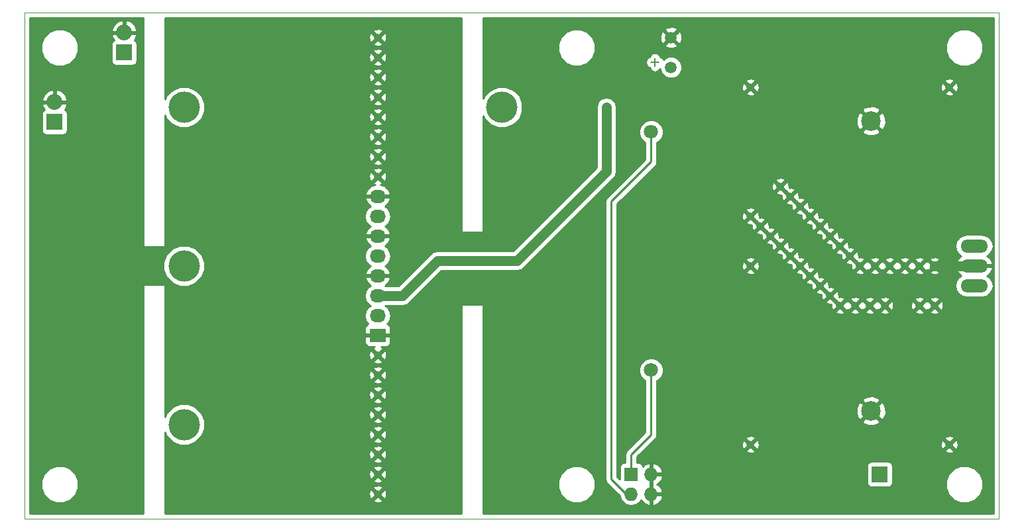
<source format=gbr>
G04 #@! TF.FileFunction,Copper,L1,Top,Signal*
%FSLAX46Y46*%
G04 Gerber Fmt 4.6, Leading zero omitted, Abs format (unit mm)*
G04 Created by KiCad (PCBNEW (after 2015-mar-04 BZR unknown)-product) date Mon 31 Oct 2016 03:55:15 PM CET*
%MOMM*%
G01*
G04 APERTURE LIST*
%ADD10C,0.100000*%
%ADD11C,0.150000*%
%ADD12C,0.970000*%
%ADD13C,2.500000*%
%ADD14C,1.501140*%
%ADD15R,2.032000X2.032000*%
%ADD16O,2.032000X2.032000*%
%ADD17R,2.032000X1.727200*%
%ADD18O,2.032000X1.727200*%
%ADD19R,1.727200X1.727200*%
%ADD20O,1.727200X1.727200*%
%ADD21O,3.500120X1.699260*%
%ADD22C,4.000000*%
%ADD23C,1.800000*%
%ADD24C,1.270000*%
%ADD25C,0.250000*%
%ADD26C,0.254000*%
G04 APERTURE END LIST*
D10*
X50165000Y-114935000D02*
X50165000Y-50165000D01*
X174625000Y-114935000D02*
X50165000Y-114935000D01*
X174625000Y-50165000D02*
X174625000Y-114935000D01*
X50165000Y-50165000D02*
X174625000Y-50165000D01*
D11*
X130175000Y-56515000D02*
X131191000Y-56515000D01*
X130683000Y-57023000D02*
X130683000Y-56007000D01*
D12*
X95250000Y-111760000D03*
X95250000Y-109220000D03*
X95250000Y-106680000D03*
X95250000Y-104140000D03*
X95250000Y-101600000D03*
X95250000Y-99060000D03*
X95250000Y-96520000D03*
X95250000Y-93980000D03*
X95250000Y-71120000D03*
X95250000Y-68580000D03*
X95250000Y-66040000D03*
X95250000Y-63500000D03*
X95250000Y-60960000D03*
X95250000Y-58420000D03*
X95250000Y-55880000D03*
X95250000Y-53340000D03*
X95250000Y-53340000D03*
X95250000Y-55880000D03*
X95250000Y-58420000D03*
X95250000Y-60960000D03*
X95250000Y-63500000D03*
X95250000Y-66040000D03*
X95250000Y-68580000D03*
X95250000Y-71120000D03*
X95250000Y-71120000D03*
X95250000Y-68580000D03*
X95250000Y-66040000D03*
X95250000Y-63500000D03*
X95250000Y-60960000D03*
X95250000Y-58420000D03*
X95250000Y-55880000D03*
X95250000Y-53340000D03*
X95250000Y-53340000D03*
X95250000Y-55880000D03*
X95250000Y-58420000D03*
X95250000Y-60960000D03*
X95250000Y-63500000D03*
X95250000Y-66040000D03*
X95250000Y-68580000D03*
X95250000Y-71120000D03*
X124460000Y-62230000D03*
D13*
X158275000Y-101100000D03*
D12*
X162560000Y-82550000D03*
X168275000Y-59690000D03*
X160020000Y-87630000D03*
X158115000Y-87630000D03*
X156210000Y-87630000D03*
X154305000Y-87630000D03*
X153035000Y-86360000D03*
X151765000Y-85090000D03*
X150495000Y-83820000D03*
X149225000Y-82550000D03*
X147955000Y-81280000D03*
X146685000Y-80010000D03*
X145415000Y-78740000D03*
X144145000Y-77470000D03*
X166370000Y-82550000D03*
X160655000Y-82550000D03*
X158750000Y-82550000D03*
X156845000Y-82550000D03*
X155575000Y-81280000D03*
X154305000Y-80010000D03*
X153035000Y-78740000D03*
X151765000Y-77470000D03*
X150495000Y-76200000D03*
X149225000Y-74930000D03*
X166370000Y-87630000D03*
X164465000Y-87630000D03*
X164465000Y-82550000D03*
X147955000Y-73660000D03*
X146685000Y-72390000D03*
X142875000Y-76200000D03*
X168275000Y-105410000D03*
X142875000Y-105410000D03*
D13*
X158275000Y-64000000D03*
D12*
X142875000Y-82550000D03*
D14*
X132715000Y-53340000D03*
X132715000Y-57150000D03*
D15*
X159385000Y-109220000D03*
D16*
X159385000Y-111760000D03*
D17*
X95250000Y-91440000D03*
D18*
X95250000Y-88900000D03*
X95250000Y-86360000D03*
X95250000Y-83820000D03*
X95250000Y-81280000D03*
X95250000Y-78740000D03*
X95250000Y-76200000D03*
X95250000Y-73660000D03*
D19*
X127635000Y-109220000D03*
D20*
X130175000Y-109220000D03*
X127635000Y-111760000D03*
X130175000Y-111760000D03*
D15*
X53975000Y-64135000D03*
D16*
X53975000Y-61595000D03*
D15*
X62865000Y-55245000D03*
D16*
X62865000Y-52705000D03*
D21*
X171450000Y-82550000D03*
X171450000Y-85090000D03*
X171450000Y-80010000D03*
D22*
X70505000Y-62250000D03*
X70505000Y-82550000D03*
X70505000Y-102850000D03*
X111105000Y-102850000D03*
X111105000Y-62250000D03*
D23*
X130175000Y-95885000D03*
X130175000Y-65405000D03*
D12*
X142875000Y-59690000D03*
D24*
X171450000Y-82550000D02*
X166370000Y-82550000D01*
D25*
X130175000Y-95885000D02*
X130175000Y-99695000D01*
X127635000Y-106680000D02*
X130175000Y-104140000D01*
X130175000Y-104140000D02*
X130175000Y-99695000D01*
X127635000Y-106680000D02*
X127635000Y-109220000D01*
X130175000Y-65405000D02*
X130175000Y-69215000D01*
X125095000Y-109855000D02*
X125095000Y-74295000D01*
X125095000Y-74295000D02*
X130175000Y-69215000D01*
X125095000Y-109855000D02*
X127000000Y-111760000D01*
X127635000Y-111760000D02*
X127000000Y-111760000D01*
D24*
X98425000Y-86360000D02*
X95250000Y-86360000D01*
X124460000Y-62230000D02*
X124460000Y-70485000D01*
X102870000Y-81915000D02*
X98425000Y-86360000D01*
X113030000Y-81915000D02*
X102870000Y-81915000D01*
X124460000Y-70485000D02*
X113030000Y-81915000D01*
D26*
G36*
X173940000Y-114250000D02*
X173881786Y-114250000D01*
X173881786Y-85090000D01*
X173881786Y-80010000D01*
X173768775Y-79441857D01*
X173446948Y-78960208D01*
X172965299Y-78638381D01*
X172565473Y-78558850D01*
X172565473Y-54137664D01*
X172203134Y-53260737D01*
X171532792Y-52589224D01*
X170656499Y-52225355D01*
X169707664Y-52224527D01*
X168830737Y-52586866D01*
X168159224Y-53257208D01*
X167795355Y-54133501D01*
X167794527Y-55082336D01*
X168156866Y-55959263D01*
X168827208Y-56630776D01*
X169703501Y-56994645D01*
X170652336Y-56995473D01*
X171529263Y-56633134D01*
X172200776Y-55962792D01*
X172564645Y-55086499D01*
X172565473Y-54137664D01*
X172565473Y-78558850D01*
X172397156Y-78525370D01*
X170502844Y-78525370D01*
X169934701Y-78638381D01*
X169453052Y-78960208D01*
X169408149Y-79027410D01*
X169408149Y-59831436D01*
X169376018Y-59387032D01*
X169267768Y-59125692D01*
X169054200Y-59090405D01*
X168874595Y-59270010D01*
X168874595Y-58910800D01*
X168839308Y-58697232D01*
X168416436Y-58556851D01*
X167972032Y-58588982D01*
X167710692Y-58697232D01*
X167675405Y-58910800D01*
X168275000Y-59510395D01*
X168874595Y-58910800D01*
X168874595Y-59270010D01*
X168454605Y-59690000D01*
X169054200Y-60289595D01*
X169267768Y-60254308D01*
X169408149Y-59831436D01*
X169408149Y-79027410D01*
X169131225Y-79441857D01*
X169018214Y-80010000D01*
X169131225Y-80578143D01*
X169453052Y-81059792D01*
X169790872Y-81285516D01*
X169409976Y-81590011D01*
X169129351Y-82099190D01*
X169108460Y-82193168D01*
X169229786Y-82423000D01*
X171323000Y-82423000D01*
X171323000Y-82403000D01*
X171577000Y-82403000D01*
X171577000Y-82423000D01*
X173670214Y-82423000D01*
X173791540Y-82193168D01*
X173770649Y-82099190D01*
X173490024Y-81590011D01*
X173109127Y-81285516D01*
X173446948Y-81059792D01*
X173768775Y-80578143D01*
X173881786Y-80010000D01*
X173881786Y-85090000D01*
X173768775Y-84521857D01*
X173446948Y-84040208D01*
X173109127Y-83814483D01*
X173490024Y-83509989D01*
X173770649Y-83000810D01*
X173791540Y-82906832D01*
X173670214Y-82677000D01*
X171577000Y-82677000D01*
X171577000Y-82697000D01*
X171323000Y-82697000D01*
X171323000Y-82677000D01*
X169229786Y-82677000D01*
X169108460Y-82906832D01*
X169129351Y-83000810D01*
X169409976Y-83509989D01*
X169790872Y-83814483D01*
X169453052Y-84040208D01*
X169131225Y-84521857D01*
X169018214Y-85090000D01*
X169131225Y-85658143D01*
X169453052Y-86139792D01*
X169934701Y-86461619D01*
X170502844Y-86574630D01*
X172397156Y-86574630D01*
X172965299Y-86461619D01*
X173446948Y-86139792D01*
X173768775Y-85658143D01*
X173881786Y-85090000D01*
X173881786Y-114250000D01*
X172565473Y-114250000D01*
X172565473Y-110017664D01*
X172203134Y-109140737D01*
X171532792Y-108469224D01*
X170656499Y-108105355D01*
X169707664Y-108104527D01*
X169408149Y-108228284D01*
X169408149Y-105551436D01*
X169376018Y-105107032D01*
X169267768Y-104845692D01*
X169054200Y-104810405D01*
X168874595Y-104990010D01*
X168874595Y-104630800D01*
X168874595Y-60469200D01*
X168275000Y-59869605D01*
X168095395Y-60049210D01*
X168095395Y-59690000D01*
X167495800Y-59090405D01*
X167282232Y-59125692D01*
X167141851Y-59548564D01*
X167173982Y-59992968D01*
X167282232Y-60254308D01*
X167495800Y-60289595D01*
X168095395Y-59690000D01*
X168095395Y-60049210D01*
X167675405Y-60469200D01*
X167710692Y-60682768D01*
X168133564Y-60823149D01*
X168577968Y-60791018D01*
X168839308Y-60682768D01*
X168874595Y-60469200D01*
X168874595Y-104630800D01*
X168839308Y-104417232D01*
X168416436Y-104276851D01*
X167972032Y-104308982D01*
X167710692Y-104417232D01*
X167675405Y-104630800D01*
X168275000Y-105230395D01*
X168874595Y-104630800D01*
X168874595Y-104990010D01*
X168454605Y-105410000D01*
X169054200Y-106009595D01*
X169267768Y-105974308D01*
X169408149Y-105551436D01*
X169408149Y-108228284D01*
X168874595Y-108448744D01*
X168874595Y-106189200D01*
X168275000Y-105589605D01*
X168095395Y-105769210D01*
X168095395Y-105410000D01*
X167503149Y-104817754D01*
X167503149Y-87771436D01*
X167503149Y-82691436D01*
X167471018Y-82247032D01*
X167362768Y-81985692D01*
X167149200Y-81950405D01*
X166969595Y-82130010D01*
X166969595Y-81770800D01*
X166934308Y-81557232D01*
X166511436Y-81416851D01*
X166067032Y-81448982D01*
X165805692Y-81557232D01*
X165770405Y-81770800D01*
X166370000Y-82370395D01*
X166969595Y-81770800D01*
X166969595Y-82130010D01*
X166549605Y-82550000D01*
X167149200Y-83149595D01*
X167362768Y-83114308D01*
X167503149Y-82691436D01*
X167503149Y-87771436D01*
X167471018Y-87327032D01*
X167362768Y-87065692D01*
X167149200Y-87030405D01*
X166969595Y-87210010D01*
X166969595Y-86850800D01*
X166969595Y-83329200D01*
X166370000Y-82729605D01*
X166190395Y-82909210D01*
X166190395Y-82550000D01*
X165590800Y-81950405D01*
X165417500Y-81979038D01*
X165244200Y-81950405D01*
X165064595Y-82130010D01*
X165064595Y-81770800D01*
X165029308Y-81557232D01*
X164606436Y-81416851D01*
X164162032Y-81448982D01*
X163900692Y-81557232D01*
X163865405Y-81770800D01*
X164465000Y-82370395D01*
X165064595Y-81770800D01*
X165064595Y-82130010D01*
X164644605Y-82550000D01*
X165244200Y-83149595D01*
X165417500Y-83120961D01*
X165590800Y-83149595D01*
X166190395Y-82550000D01*
X166190395Y-82909210D01*
X165770405Y-83329200D01*
X165805692Y-83542768D01*
X166228564Y-83683149D01*
X166672968Y-83651018D01*
X166934308Y-83542768D01*
X166969595Y-83329200D01*
X166969595Y-86850800D01*
X166934308Y-86637232D01*
X166511436Y-86496851D01*
X166067032Y-86528982D01*
X165805692Y-86637232D01*
X165770405Y-86850800D01*
X166370000Y-87450395D01*
X166969595Y-86850800D01*
X166969595Y-87210010D01*
X166549605Y-87630000D01*
X167149200Y-88229595D01*
X167362768Y-88194308D01*
X167503149Y-87771436D01*
X167503149Y-104817754D01*
X167495800Y-104810405D01*
X167282232Y-104845692D01*
X167141851Y-105268564D01*
X167173982Y-105712968D01*
X167282232Y-105974308D01*
X167495800Y-106009595D01*
X168095395Y-105410000D01*
X168095395Y-105769210D01*
X167675405Y-106189200D01*
X167710692Y-106402768D01*
X168133564Y-106543149D01*
X168577968Y-106511018D01*
X168839308Y-106402768D01*
X168874595Y-106189200D01*
X168874595Y-108448744D01*
X168830737Y-108466866D01*
X168159224Y-109137208D01*
X167795355Y-110013501D01*
X167794527Y-110962336D01*
X168156866Y-111839263D01*
X168827208Y-112510776D01*
X169703501Y-112874645D01*
X170652336Y-112875473D01*
X171529263Y-112513134D01*
X172200776Y-111842792D01*
X172564645Y-110966499D01*
X172565473Y-110017664D01*
X172565473Y-114250000D01*
X166969595Y-114250000D01*
X166969595Y-88409200D01*
X166370000Y-87809605D01*
X166190395Y-87989210D01*
X166190395Y-87630000D01*
X165590800Y-87030405D01*
X165417500Y-87059038D01*
X165244200Y-87030405D01*
X165064595Y-87210010D01*
X165064595Y-86850800D01*
X165064595Y-83329200D01*
X164465000Y-82729605D01*
X164285395Y-82909210D01*
X164285395Y-82550000D01*
X163685800Y-81950405D01*
X163512500Y-81979038D01*
X163339200Y-81950405D01*
X163159595Y-82130010D01*
X163159595Y-81770800D01*
X163124308Y-81557232D01*
X162701436Y-81416851D01*
X162257032Y-81448982D01*
X161995692Y-81557232D01*
X161960405Y-81770800D01*
X162560000Y-82370395D01*
X163159595Y-81770800D01*
X163159595Y-82130010D01*
X162739605Y-82550000D01*
X163339200Y-83149595D01*
X163512500Y-83120961D01*
X163685800Y-83149595D01*
X164285395Y-82550000D01*
X164285395Y-82909210D01*
X163865405Y-83329200D01*
X163900692Y-83542768D01*
X164323564Y-83683149D01*
X164767968Y-83651018D01*
X165029308Y-83542768D01*
X165064595Y-83329200D01*
X165064595Y-86850800D01*
X165029308Y-86637232D01*
X164606436Y-86496851D01*
X164162032Y-86528982D01*
X163900692Y-86637232D01*
X163865405Y-86850800D01*
X164465000Y-87450395D01*
X165064595Y-86850800D01*
X165064595Y-87210010D01*
X164644605Y-87630000D01*
X165244200Y-88229595D01*
X165417500Y-88200961D01*
X165590800Y-88229595D01*
X166190395Y-87630000D01*
X166190395Y-87989210D01*
X165770405Y-88409200D01*
X165805692Y-88622768D01*
X166228564Y-88763149D01*
X166672968Y-88731018D01*
X166934308Y-88622768D01*
X166969595Y-88409200D01*
X166969595Y-114250000D01*
X165064595Y-114250000D01*
X165064595Y-88409200D01*
X164465000Y-87809605D01*
X164285395Y-87989210D01*
X164285395Y-87630000D01*
X163685800Y-87030405D01*
X163472232Y-87065692D01*
X163331851Y-87488564D01*
X163363982Y-87932968D01*
X163472232Y-88194308D01*
X163685800Y-88229595D01*
X164285395Y-87630000D01*
X164285395Y-87989210D01*
X163865405Y-88409200D01*
X163900692Y-88622768D01*
X164323564Y-88763149D01*
X164767968Y-88731018D01*
X165029308Y-88622768D01*
X165064595Y-88409200D01*
X165064595Y-114250000D01*
X163159595Y-114250000D01*
X163159595Y-83329200D01*
X162560000Y-82729605D01*
X162380395Y-82909210D01*
X162380395Y-82550000D01*
X161780800Y-81950405D01*
X161607500Y-81979038D01*
X161434200Y-81950405D01*
X161254595Y-82130010D01*
X161254595Y-81770800D01*
X161219308Y-81557232D01*
X160796436Y-81416851D01*
X160352032Y-81448982D01*
X160169388Y-81524635D01*
X160169388Y-64324194D01*
X160149250Y-63574565D01*
X159901123Y-62975533D01*
X159608320Y-62846285D01*
X159428715Y-63025890D01*
X159428715Y-62666680D01*
X159299467Y-62373877D01*
X158599194Y-62105612D01*
X157849565Y-62125750D01*
X157250533Y-62373877D01*
X157121285Y-62666680D01*
X158275000Y-63820395D01*
X159428715Y-62666680D01*
X159428715Y-63025890D01*
X158454605Y-64000000D01*
X159608320Y-65153715D01*
X159901123Y-65024467D01*
X160169388Y-64324194D01*
X160169388Y-81524635D01*
X160090692Y-81557232D01*
X160055405Y-81770800D01*
X160655000Y-82370395D01*
X161254595Y-81770800D01*
X161254595Y-82130010D01*
X160834605Y-82550000D01*
X161434200Y-83149595D01*
X161607500Y-83120961D01*
X161780800Y-83149595D01*
X162380395Y-82550000D01*
X162380395Y-82909210D01*
X161960405Y-83329200D01*
X161995692Y-83542768D01*
X162418564Y-83683149D01*
X162862968Y-83651018D01*
X163124308Y-83542768D01*
X163159595Y-83329200D01*
X163159595Y-114250000D01*
X161254595Y-114250000D01*
X161254595Y-83329200D01*
X160655000Y-82729605D01*
X160475395Y-82909210D01*
X160475395Y-82550000D01*
X159875800Y-81950405D01*
X159702500Y-81979038D01*
X159529200Y-81950405D01*
X159428715Y-82050890D01*
X159428715Y-65333320D01*
X158275000Y-64179605D01*
X158095395Y-64359210D01*
X158095395Y-64000000D01*
X156941680Y-62846285D01*
X156648877Y-62975533D01*
X156380612Y-63675806D01*
X156400750Y-64425435D01*
X156648877Y-65024467D01*
X156941680Y-65153715D01*
X158095395Y-64000000D01*
X158095395Y-64359210D01*
X157121285Y-65333320D01*
X157250533Y-65626123D01*
X157950806Y-65894388D01*
X158700435Y-65874250D01*
X159299467Y-65626123D01*
X159428715Y-65333320D01*
X159428715Y-82050890D01*
X159349595Y-82130010D01*
X159349595Y-81770800D01*
X159314308Y-81557232D01*
X158891436Y-81416851D01*
X158447032Y-81448982D01*
X158185692Y-81557232D01*
X158150405Y-81770800D01*
X158750000Y-82370395D01*
X159349595Y-81770800D01*
X159349595Y-82130010D01*
X158929605Y-82550000D01*
X159529200Y-83149595D01*
X159702500Y-83120961D01*
X159875800Y-83149595D01*
X160475395Y-82550000D01*
X160475395Y-82909210D01*
X160055405Y-83329200D01*
X160090692Y-83542768D01*
X160513564Y-83683149D01*
X160957968Y-83651018D01*
X161219308Y-83542768D01*
X161254595Y-83329200D01*
X161254595Y-114250000D01*
X161153149Y-114250000D01*
X161153149Y-87771436D01*
X161121018Y-87327032D01*
X161012768Y-87065692D01*
X160799200Y-87030405D01*
X160619595Y-87210010D01*
X160619595Y-86850800D01*
X160584308Y-86637232D01*
X160161436Y-86496851D01*
X159717032Y-86528982D01*
X159455692Y-86637232D01*
X159420405Y-86850800D01*
X160020000Y-87450395D01*
X160619595Y-86850800D01*
X160619595Y-87210010D01*
X160199605Y-87630000D01*
X160799200Y-88229595D01*
X161012768Y-88194308D01*
X161153149Y-87771436D01*
X161153149Y-114250000D01*
X161048440Y-114250000D01*
X161048440Y-110236000D01*
X161048440Y-108204000D01*
X161001463Y-107961877D01*
X160861673Y-107749073D01*
X160650640Y-107606623D01*
X160619595Y-107600397D01*
X160619595Y-88409200D01*
X160020000Y-87809605D01*
X159840395Y-87989210D01*
X159840395Y-87630000D01*
X159349595Y-87139200D01*
X159349595Y-83329200D01*
X158750000Y-82729605D01*
X158570395Y-82909210D01*
X158570395Y-82550000D01*
X157970800Y-81950405D01*
X157797500Y-81979038D01*
X157624200Y-81950405D01*
X157444595Y-82130010D01*
X157444595Y-81770800D01*
X157409308Y-81557232D01*
X156986436Y-81416851D01*
X156702864Y-81437353D01*
X156708149Y-81421436D01*
X156676018Y-80977032D01*
X156567768Y-80715692D01*
X156354200Y-80680405D01*
X156174595Y-80860010D01*
X156174595Y-80500800D01*
X156139308Y-80287232D01*
X155716436Y-80146851D01*
X155432864Y-80167353D01*
X155438149Y-80151436D01*
X155406018Y-79707032D01*
X155297768Y-79445692D01*
X155084200Y-79410405D01*
X154904595Y-79590010D01*
X154904595Y-79230800D01*
X154869308Y-79017232D01*
X154446436Y-78876851D01*
X154162864Y-78897353D01*
X154168149Y-78881436D01*
X154136018Y-78437032D01*
X154027768Y-78175692D01*
X153814200Y-78140405D01*
X153634595Y-78320010D01*
X153634595Y-77960800D01*
X153599308Y-77747232D01*
X153176436Y-77606851D01*
X152892864Y-77627353D01*
X152898149Y-77611436D01*
X152866018Y-77167032D01*
X152757768Y-76905692D01*
X152544200Y-76870405D01*
X152364595Y-77050010D01*
X152364595Y-76690800D01*
X152329308Y-76477232D01*
X151906436Y-76336851D01*
X151622864Y-76357353D01*
X151628149Y-76341436D01*
X151596018Y-75897032D01*
X151487768Y-75635692D01*
X151274200Y-75600405D01*
X151094595Y-75780010D01*
X151094595Y-75420800D01*
X151059308Y-75207232D01*
X150636436Y-75066851D01*
X150352864Y-75087353D01*
X150358149Y-75071436D01*
X150326018Y-74627032D01*
X150217768Y-74365692D01*
X150004200Y-74330405D01*
X149824595Y-74510010D01*
X149824595Y-74150800D01*
X149789308Y-73937232D01*
X149366436Y-73796851D01*
X149082864Y-73817353D01*
X149088149Y-73801436D01*
X149056018Y-73357032D01*
X148947768Y-73095692D01*
X148734200Y-73060405D01*
X148554595Y-73240010D01*
X148554595Y-72880800D01*
X148519308Y-72667232D01*
X148096436Y-72526851D01*
X147812864Y-72547353D01*
X147818149Y-72531436D01*
X147786018Y-72087032D01*
X147677768Y-71825692D01*
X147464200Y-71790405D01*
X147284595Y-71970010D01*
X147284595Y-71610800D01*
X147249308Y-71397232D01*
X146826436Y-71256851D01*
X146382032Y-71288982D01*
X146120692Y-71397232D01*
X146085405Y-71610800D01*
X146685000Y-72210395D01*
X147284595Y-71610800D01*
X147284595Y-71970010D01*
X146864605Y-72390000D01*
X147355405Y-72880800D01*
X147464200Y-72989595D01*
X147955000Y-73480395D01*
X148554595Y-72880800D01*
X148554595Y-73240010D01*
X148134605Y-73660000D01*
X148625405Y-74150800D01*
X148734200Y-74259595D01*
X149225000Y-74750395D01*
X149824595Y-74150800D01*
X149824595Y-74510010D01*
X149404605Y-74930000D01*
X149895405Y-75420800D01*
X150004200Y-75529595D01*
X150495000Y-76020395D01*
X151094595Y-75420800D01*
X151094595Y-75780010D01*
X150674605Y-76200000D01*
X151165405Y-76690800D01*
X151274200Y-76799595D01*
X151765000Y-77290395D01*
X152364595Y-76690800D01*
X152364595Y-77050010D01*
X151944605Y-77470000D01*
X152435405Y-77960800D01*
X152544200Y-78069595D01*
X153035000Y-78560395D01*
X153634595Y-77960800D01*
X153634595Y-78320010D01*
X153214605Y-78740000D01*
X153705405Y-79230800D01*
X153814200Y-79339595D01*
X154305000Y-79830395D01*
X154904595Y-79230800D01*
X154904595Y-79590010D01*
X154484605Y-80010000D01*
X154975405Y-80500800D01*
X155084200Y-80609595D01*
X155575000Y-81100395D01*
X156174595Y-80500800D01*
X156174595Y-80860010D01*
X155754605Y-81280000D01*
X156245405Y-81770800D01*
X156354200Y-81879595D01*
X156845000Y-82370395D01*
X157444595Y-81770800D01*
X157444595Y-82130010D01*
X157024605Y-82550000D01*
X157624200Y-83149595D01*
X157797500Y-83120961D01*
X157970800Y-83149595D01*
X158570395Y-82550000D01*
X158570395Y-82909210D01*
X158150405Y-83329200D01*
X158185692Y-83542768D01*
X158608564Y-83683149D01*
X159052968Y-83651018D01*
X159314308Y-83542768D01*
X159349595Y-83329200D01*
X159349595Y-87139200D01*
X159240800Y-87030405D01*
X159067500Y-87059038D01*
X158894200Y-87030405D01*
X158714595Y-87210010D01*
X158714595Y-86850800D01*
X158679308Y-86637232D01*
X158256436Y-86496851D01*
X157812032Y-86528982D01*
X157550692Y-86637232D01*
X157515405Y-86850800D01*
X158115000Y-87450395D01*
X158714595Y-86850800D01*
X158714595Y-87210010D01*
X158294605Y-87630000D01*
X158894200Y-88229595D01*
X159067500Y-88200961D01*
X159240800Y-88229595D01*
X159840395Y-87630000D01*
X159840395Y-87989210D01*
X159420405Y-88409200D01*
X159455692Y-88622768D01*
X159878564Y-88763149D01*
X160322968Y-88731018D01*
X160584308Y-88622768D01*
X160619595Y-88409200D01*
X160619595Y-107600397D01*
X160401000Y-107556560D01*
X160169388Y-107556560D01*
X160169388Y-101424194D01*
X160149250Y-100674565D01*
X159901123Y-100075533D01*
X159608320Y-99946285D01*
X159428715Y-100125890D01*
X159428715Y-99766680D01*
X159299467Y-99473877D01*
X158714595Y-99249820D01*
X158714595Y-88409200D01*
X158115000Y-87809605D01*
X157935395Y-87989210D01*
X157935395Y-87630000D01*
X157444595Y-87139200D01*
X157444595Y-83329200D01*
X156845000Y-82729605D01*
X156665395Y-82909210D01*
X156665395Y-82550000D01*
X156174595Y-82059200D01*
X156065800Y-81950405D01*
X155575000Y-81459605D01*
X155395395Y-81639210D01*
X155395395Y-81280000D01*
X154904595Y-80789200D01*
X154795800Y-80680405D01*
X154305000Y-80189605D01*
X154125395Y-80369210D01*
X154125395Y-80010000D01*
X153634595Y-79519200D01*
X153525800Y-79410405D01*
X153035000Y-78919605D01*
X152855395Y-79099210D01*
X152855395Y-78740000D01*
X152364595Y-78249200D01*
X152255800Y-78140405D01*
X151765000Y-77649605D01*
X151585395Y-77829210D01*
X151585395Y-77470000D01*
X151094595Y-76979200D01*
X150985800Y-76870405D01*
X150495000Y-76379605D01*
X150315395Y-76559210D01*
X150315395Y-76200000D01*
X149824595Y-75709200D01*
X149715800Y-75600405D01*
X149225000Y-75109605D01*
X149045395Y-75289210D01*
X149045395Y-74930000D01*
X148554595Y-74439200D01*
X148445800Y-74330405D01*
X147955000Y-73839605D01*
X147775395Y-74019210D01*
X147775395Y-73660000D01*
X147284595Y-73169200D01*
X147175800Y-73060405D01*
X146685000Y-72569605D01*
X146505395Y-72749210D01*
X146505395Y-72390000D01*
X145905800Y-71790405D01*
X145692232Y-71825692D01*
X145551851Y-72248564D01*
X145583982Y-72692968D01*
X145692232Y-72954308D01*
X145905800Y-72989595D01*
X146505395Y-72390000D01*
X146505395Y-72749210D01*
X146085405Y-73169200D01*
X146120692Y-73382768D01*
X146543564Y-73523149D01*
X146827135Y-73502646D01*
X146821851Y-73518564D01*
X146853982Y-73962968D01*
X146962232Y-74224308D01*
X147175800Y-74259595D01*
X147775395Y-73660000D01*
X147775395Y-74019210D01*
X147355405Y-74439200D01*
X147390692Y-74652768D01*
X147813564Y-74793149D01*
X148097135Y-74772646D01*
X148091851Y-74788564D01*
X148123982Y-75232968D01*
X148232232Y-75494308D01*
X148445800Y-75529595D01*
X149045395Y-74930000D01*
X149045395Y-75289210D01*
X148625405Y-75709200D01*
X148660692Y-75922768D01*
X149083564Y-76063149D01*
X149367135Y-76042646D01*
X149361851Y-76058564D01*
X149393982Y-76502968D01*
X149502232Y-76764308D01*
X149715800Y-76799595D01*
X150315395Y-76200000D01*
X150315395Y-76559210D01*
X149895405Y-76979200D01*
X149930692Y-77192768D01*
X150353564Y-77333149D01*
X150637135Y-77312646D01*
X150631851Y-77328564D01*
X150663982Y-77772968D01*
X150772232Y-78034308D01*
X150985800Y-78069595D01*
X151585395Y-77470000D01*
X151585395Y-77829210D01*
X151165405Y-78249200D01*
X151200692Y-78462768D01*
X151623564Y-78603149D01*
X151907135Y-78582646D01*
X151901851Y-78598564D01*
X151933982Y-79042968D01*
X152042232Y-79304308D01*
X152255800Y-79339595D01*
X152855395Y-78740000D01*
X152855395Y-79099210D01*
X152435405Y-79519200D01*
X152470692Y-79732768D01*
X152893564Y-79873149D01*
X153177135Y-79852646D01*
X153171851Y-79868564D01*
X153203982Y-80312968D01*
X153312232Y-80574308D01*
X153525800Y-80609595D01*
X154125395Y-80010000D01*
X154125395Y-80369210D01*
X153705405Y-80789200D01*
X153740692Y-81002768D01*
X154163564Y-81143149D01*
X154447135Y-81122646D01*
X154441851Y-81138564D01*
X154473982Y-81582968D01*
X154582232Y-81844308D01*
X154795800Y-81879595D01*
X155395395Y-81280000D01*
X155395395Y-81639210D01*
X154975405Y-82059200D01*
X155010692Y-82272768D01*
X155433564Y-82413149D01*
X155717135Y-82392646D01*
X155711851Y-82408564D01*
X155743982Y-82852968D01*
X155852232Y-83114308D01*
X156065800Y-83149595D01*
X156665395Y-82550000D01*
X156665395Y-82909210D01*
X156245405Y-83329200D01*
X156280692Y-83542768D01*
X156703564Y-83683149D01*
X157147968Y-83651018D01*
X157409308Y-83542768D01*
X157444595Y-83329200D01*
X157444595Y-87139200D01*
X157335800Y-87030405D01*
X157162500Y-87059038D01*
X156989200Y-87030405D01*
X156809595Y-87210010D01*
X156809595Y-86850800D01*
X156774308Y-86637232D01*
X156351436Y-86496851D01*
X155907032Y-86528982D01*
X155645692Y-86637232D01*
X155610405Y-86850800D01*
X156210000Y-87450395D01*
X156809595Y-86850800D01*
X156809595Y-87210010D01*
X156389605Y-87630000D01*
X156989200Y-88229595D01*
X157162500Y-88200961D01*
X157335800Y-88229595D01*
X157935395Y-87630000D01*
X157935395Y-87989210D01*
X157515405Y-88409200D01*
X157550692Y-88622768D01*
X157973564Y-88763149D01*
X158417968Y-88731018D01*
X158679308Y-88622768D01*
X158714595Y-88409200D01*
X158714595Y-99249820D01*
X158599194Y-99205612D01*
X157849565Y-99225750D01*
X157250533Y-99473877D01*
X157121285Y-99766680D01*
X158275000Y-100920395D01*
X159428715Y-99766680D01*
X159428715Y-100125890D01*
X158454605Y-101100000D01*
X159608320Y-102253715D01*
X159901123Y-102124467D01*
X160169388Y-101424194D01*
X160169388Y-107556560D01*
X159428715Y-107556560D01*
X159428715Y-102433320D01*
X158275000Y-101279605D01*
X158095395Y-101459210D01*
X158095395Y-101100000D01*
X156941680Y-99946285D01*
X156809595Y-100004589D01*
X156809595Y-88409200D01*
X156210000Y-87809605D01*
X156030395Y-87989210D01*
X156030395Y-87630000D01*
X155430800Y-87030405D01*
X155257500Y-87059038D01*
X155084200Y-87030405D01*
X154904595Y-87210010D01*
X154904595Y-86850800D01*
X154869308Y-86637232D01*
X154446436Y-86496851D01*
X154162864Y-86517353D01*
X154168149Y-86501436D01*
X154136018Y-86057032D01*
X154027768Y-85795692D01*
X153814200Y-85760405D01*
X153634595Y-85940010D01*
X153634595Y-85580800D01*
X153599308Y-85367232D01*
X153176436Y-85226851D01*
X152892864Y-85247353D01*
X152898149Y-85231436D01*
X152866018Y-84787032D01*
X152757768Y-84525692D01*
X152544200Y-84490405D01*
X152364595Y-84670010D01*
X152364595Y-84310800D01*
X152329308Y-84097232D01*
X151906436Y-83956851D01*
X151622864Y-83977353D01*
X151628149Y-83961436D01*
X151596018Y-83517032D01*
X151487768Y-83255692D01*
X151274200Y-83220405D01*
X151094595Y-83400010D01*
X151094595Y-83040800D01*
X151059308Y-82827232D01*
X150636436Y-82686851D01*
X150352864Y-82707353D01*
X150358149Y-82691436D01*
X150326018Y-82247032D01*
X150217768Y-81985692D01*
X150004200Y-81950405D01*
X149824595Y-82130010D01*
X149824595Y-81770800D01*
X149789308Y-81557232D01*
X149366436Y-81416851D01*
X149082864Y-81437353D01*
X149088149Y-81421436D01*
X149056018Y-80977032D01*
X148947768Y-80715692D01*
X148734200Y-80680405D01*
X148554595Y-80860010D01*
X148554595Y-80500800D01*
X148519308Y-80287232D01*
X148096436Y-80146851D01*
X147812864Y-80167353D01*
X147818149Y-80151436D01*
X147786018Y-79707032D01*
X147677768Y-79445692D01*
X147464200Y-79410405D01*
X147284595Y-79590010D01*
X147284595Y-79230800D01*
X147249308Y-79017232D01*
X146826436Y-78876851D01*
X146542864Y-78897353D01*
X146548149Y-78881436D01*
X146516018Y-78437032D01*
X146407768Y-78175692D01*
X146194200Y-78140405D01*
X146014595Y-78320010D01*
X146014595Y-77960800D01*
X145979308Y-77747232D01*
X145556436Y-77606851D01*
X145272864Y-77627353D01*
X145278149Y-77611436D01*
X145246018Y-77167032D01*
X145137768Y-76905692D01*
X144924200Y-76870405D01*
X144744595Y-77050010D01*
X144744595Y-76690800D01*
X144709308Y-76477232D01*
X144286436Y-76336851D01*
X144002864Y-76357353D01*
X144008149Y-76341436D01*
X144008149Y-59831436D01*
X143976018Y-59387032D01*
X143867768Y-59125692D01*
X143654200Y-59090405D01*
X143474595Y-59270010D01*
X143474595Y-58910800D01*
X143439308Y-58697232D01*
X143016436Y-58556851D01*
X142572032Y-58588982D01*
X142310692Y-58697232D01*
X142275405Y-58910800D01*
X142875000Y-59510395D01*
X143474595Y-58910800D01*
X143474595Y-59270010D01*
X143054605Y-59690000D01*
X143654200Y-60289595D01*
X143867768Y-60254308D01*
X144008149Y-59831436D01*
X144008149Y-76341436D01*
X143976018Y-75897032D01*
X143867768Y-75635692D01*
X143654200Y-75600405D01*
X143474595Y-75780010D01*
X143474595Y-75420800D01*
X143474595Y-60469200D01*
X142875000Y-59869605D01*
X142695395Y-60049210D01*
X142695395Y-59690000D01*
X142095800Y-59090405D01*
X141882232Y-59125692D01*
X141741851Y-59548564D01*
X141773982Y-59992968D01*
X141882232Y-60254308D01*
X142095800Y-60289595D01*
X142695395Y-59690000D01*
X142695395Y-60049210D01*
X142275405Y-60469200D01*
X142310692Y-60682768D01*
X142733564Y-60823149D01*
X143177968Y-60791018D01*
X143439308Y-60682768D01*
X143474595Y-60469200D01*
X143474595Y-75420800D01*
X143439308Y-75207232D01*
X143016436Y-75066851D01*
X142572032Y-75098982D01*
X142310692Y-75207232D01*
X142275405Y-75420800D01*
X142875000Y-76020395D01*
X143474595Y-75420800D01*
X143474595Y-75780010D01*
X143054605Y-76200000D01*
X143545405Y-76690800D01*
X143654200Y-76799595D01*
X144145000Y-77290395D01*
X144744595Y-76690800D01*
X144744595Y-77050010D01*
X144324605Y-77470000D01*
X144815405Y-77960800D01*
X144924200Y-78069595D01*
X145415000Y-78560395D01*
X146014595Y-77960800D01*
X146014595Y-78320010D01*
X145594605Y-78740000D01*
X146085405Y-79230800D01*
X146194200Y-79339595D01*
X146685000Y-79830395D01*
X147284595Y-79230800D01*
X147284595Y-79590010D01*
X146864605Y-80010000D01*
X147355405Y-80500800D01*
X147464200Y-80609595D01*
X147955000Y-81100395D01*
X148554595Y-80500800D01*
X148554595Y-80860010D01*
X148134605Y-81280000D01*
X148625405Y-81770800D01*
X148734200Y-81879595D01*
X149225000Y-82370395D01*
X149824595Y-81770800D01*
X149824595Y-82130010D01*
X149404605Y-82550000D01*
X149895405Y-83040800D01*
X150004200Y-83149595D01*
X150495000Y-83640395D01*
X151094595Y-83040800D01*
X151094595Y-83400010D01*
X150674605Y-83820000D01*
X151165405Y-84310800D01*
X151274200Y-84419595D01*
X151765000Y-84910395D01*
X152364595Y-84310800D01*
X152364595Y-84670010D01*
X151944605Y-85090000D01*
X152435405Y-85580800D01*
X152544200Y-85689595D01*
X153035000Y-86180395D01*
X153634595Y-85580800D01*
X153634595Y-85940010D01*
X153214605Y-86360000D01*
X153705405Y-86850800D01*
X153814200Y-86959595D01*
X154305000Y-87450395D01*
X154904595Y-86850800D01*
X154904595Y-87210010D01*
X154484605Y-87630000D01*
X155084200Y-88229595D01*
X155257500Y-88200961D01*
X155430800Y-88229595D01*
X156030395Y-87630000D01*
X156030395Y-87989210D01*
X155610405Y-88409200D01*
X155645692Y-88622768D01*
X156068564Y-88763149D01*
X156512968Y-88731018D01*
X156774308Y-88622768D01*
X156809595Y-88409200D01*
X156809595Y-100004589D01*
X156648877Y-100075533D01*
X156380612Y-100775806D01*
X156400750Y-101525435D01*
X156648877Y-102124467D01*
X156941680Y-102253715D01*
X158095395Y-101100000D01*
X158095395Y-101459210D01*
X157121285Y-102433320D01*
X157250533Y-102726123D01*
X157950806Y-102994388D01*
X158700435Y-102974250D01*
X159299467Y-102726123D01*
X159428715Y-102433320D01*
X159428715Y-107556560D01*
X158369000Y-107556560D01*
X158126877Y-107603537D01*
X157914073Y-107743327D01*
X157771623Y-107954360D01*
X157721560Y-108204000D01*
X157721560Y-110236000D01*
X157768537Y-110478123D01*
X157908327Y-110690927D01*
X158119360Y-110833377D01*
X158369000Y-110883440D01*
X160401000Y-110883440D01*
X160643123Y-110836463D01*
X160855927Y-110696673D01*
X160998377Y-110485640D01*
X161048440Y-110236000D01*
X161048440Y-114250000D01*
X154904595Y-114250000D01*
X154904595Y-88409200D01*
X154305000Y-87809605D01*
X154125395Y-87989210D01*
X154125395Y-87630000D01*
X153634595Y-87139200D01*
X153525800Y-87030405D01*
X153035000Y-86539605D01*
X152855395Y-86719210D01*
X152855395Y-86360000D01*
X152364595Y-85869200D01*
X152255800Y-85760405D01*
X151765000Y-85269605D01*
X151585395Y-85449210D01*
X151585395Y-85090000D01*
X151094595Y-84599200D01*
X150985800Y-84490405D01*
X150495000Y-83999605D01*
X150315395Y-84179210D01*
X150315395Y-83820000D01*
X149824595Y-83329200D01*
X149715800Y-83220405D01*
X149225000Y-82729605D01*
X149045395Y-82909210D01*
X149045395Y-82550000D01*
X148554595Y-82059200D01*
X148445800Y-81950405D01*
X147955000Y-81459605D01*
X147775395Y-81639210D01*
X147775395Y-81280000D01*
X147284595Y-80789200D01*
X147175800Y-80680405D01*
X146685000Y-80189605D01*
X146505395Y-80369210D01*
X146505395Y-80010000D01*
X146014595Y-79519200D01*
X145905800Y-79410405D01*
X145415000Y-78919605D01*
X145235395Y-79099210D01*
X145235395Y-78740000D01*
X144744595Y-78249200D01*
X144635800Y-78140405D01*
X144145000Y-77649605D01*
X143965395Y-77829210D01*
X143965395Y-77470000D01*
X143474595Y-76979200D01*
X143365800Y-76870405D01*
X142875000Y-76379605D01*
X142695395Y-76559210D01*
X142695395Y-76200000D01*
X142095800Y-75600405D01*
X141882232Y-75635692D01*
X141741851Y-76058564D01*
X141773982Y-76502968D01*
X141882232Y-76764308D01*
X142095800Y-76799595D01*
X142695395Y-76200000D01*
X142695395Y-76559210D01*
X142275405Y-76979200D01*
X142310692Y-77192768D01*
X142733564Y-77333149D01*
X143017135Y-77312646D01*
X143011851Y-77328564D01*
X143043982Y-77772968D01*
X143152232Y-78034308D01*
X143365800Y-78069595D01*
X143965395Y-77470000D01*
X143965395Y-77829210D01*
X143545405Y-78249200D01*
X143580692Y-78462768D01*
X144003564Y-78603149D01*
X144287135Y-78582646D01*
X144281851Y-78598564D01*
X144313982Y-79042968D01*
X144422232Y-79304308D01*
X144635800Y-79339595D01*
X145235395Y-78740000D01*
X145235395Y-79099210D01*
X144815405Y-79519200D01*
X144850692Y-79732768D01*
X145273564Y-79873149D01*
X145557135Y-79852646D01*
X145551851Y-79868564D01*
X145583982Y-80312968D01*
X145692232Y-80574308D01*
X145905800Y-80609595D01*
X146505395Y-80010000D01*
X146505395Y-80369210D01*
X146085405Y-80789200D01*
X146120692Y-81002768D01*
X146543564Y-81143149D01*
X146827135Y-81122646D01*
X146821851Y-81138564D01*
X146853982Y-81582968D01*
X146962232Y-81844308D01*
X147175800Y-81879595D01*
X147775395Y-81280000D01*
X147775395Y-81639210D01*
X147355405Y-82059200D01*
X147390692Y-82272768D01*
X147813564Y-82413149D01*
X148097135Y-82392646D01*
X148091851Y-82408564D01*
X148123982Y-82852968D01*
X148232232Y-83114308D01*
X148445800Y-83149595D01*
X149045395Y-82550000D01*
X149045395Y-82909210D01*
X148625405Y-83329200D01*
X148660692Y-83542768D01*
X149083564Y-83683149D01*
X149367135Y-83662646D01*
X149361851Y-83678564D01*
X149393982Y-84122968D01*
X149502232Y-84384308D01*
X149715800Y-84419595D01*
X150315395Y-83820000D01*
X150315395Y-84179210D01*
X149895405Y-84599200D01*
X149930692Y-84812768D01*
X150353564Y-84953149D01*
X150637135Y-84932646D01*
X150631851Y-84948564D01*
X150663982Y-85392968D01*
X150772232Y-85654308D01*
X150985800Y-85689595D01*
X151585395Y-85090000D01*
X151585395Y-85449210D01*
X151165405Y-85869200D01*
X151200692Y-86082768D01*
X151623564Y-86223149D01*
X151907135Y-86202646D01*
X151901851Y-86218564D01*
X151933982Y-86662968D01*
X152042232Y-86924308D01*
X152255800Y-86959595D01*
X152855395Y-86360000D01*
X152855395Y-86719210D01*
X152435405Y-87139200D01*
X152470692Y-87352768D01*
X152893564Y-87493149D01*
X153177135Y-87472646D01*
X153171851Y-87488564D01*
X153203982Y-87932968D01*
X153312232Y-88194308D01*
X153525800Y-88229595D01*
X154125395Y-87630000D01*
X154125395Y-87989210D01*
X153705405Y-88409200D01*
X153740692Y-88622768D01*
X154163564Y-88763149D01*
X154607968Y-88731018D01*
X154869308Y-88622768D01*
X154904595Y-88409200D01*
X154904595Y-114250000D01*
X144008149Y-114250000D01*
X144008149Y-105551436D01*
X144008149Y-82691436D01*
X143976018Y-82247032D01*
X143867768Y-81985692D01*
X143654200Y-81950405D01*
X143474595Y-82130010D01*
X143474595Y-81770800D01*
X143439308Y-81557232D01*
X143016436Y-81416851D01*
X142572032Y-81448982D01*
X142310692Y-81557232D01*
X142275405Y-81770800D01*
X142875000Y-82370395D01*
X143474595Y-81770800D01*
X143474595Y-82130010D01*
X143054605Y-82550000D01*
X143654200Y-83149595D01*
X143867768Y-83114308D01*
X144008149Y-82691436D01*
X144008149Y-105551436D01*
X143976018Y-105107032D01*
X143867768Y-104845692D01*
X143654200Y-104810405D01*
X143474595Y-104990010D01*
X143474595Y-104630800D01*
X143474595Y-83329200D01*
X142875000Y-82729605D01*
X142695395Y-82909210D01*
X142695395Y-82550000D01*
X142095800Y-81950405D01*
X141882232Y-81985692D01*
X141741851Y-82408564D01*
X141773982Y-82852968D01*
X141882232Y-83114308D01*
X142095800Y-83149595D01*
X142695395Y-82550000D01*
X142695395Y-82909210D01*
X142275405Y-83329200D01*
X142310692Y-83542768D01*
X142733564Y-83683149D01*
X143177968Y-83651018D01*
X143439308Y-83542768D01*
X143474595Y-83329200D01*
X143474595Y-104630800D01*
X143439308Y-104417232D01*
X143016436Y-104276851D01*
X142572032Y-104308982D01*
X142310692Y-104417232D01*
X142275405Y-104630800D01*
X142875000Y-105230395D01*
X143474595Y-104630800D01*
X143474595Y-104990010D01*
X143054605Y-105410000D01*
X143654200Y-106009595D01*
X143867768Y-105974308D01*
X144008149Y-105551436D01*
X144008149Y-114250000D01*
X143474595Y-114250000D01*
X143474595Y-106189200D01*
X142875000Y-105589605D01*
X142695395Y-105769210D01*
X142695395Y-105410000D01*
X142095800Y-104810405D01*
X141882232Y-104845692D01*
X141741851Y-105268564D01*
X141773982Y-105712968D01*
X141882232Y-105974308D01*
X142095800Y-106009595D01*
X142695395Y-105410000D01*
X142695395Y-105769210D01*
X142275405Y-106189200D01*
X142310692Y-106402768D01*
X142733564Y-106543149D01*
X143177968Y-106511018D01*
X143439308Y-106402768D01*
X143474595Y-106189200D01*
X143474595Y-114250000D01*
X134112767Y-114250000D01*
X134112767Y-53544966D01*
X134084805Y-52994462D01*
X133927931Y-52615735D01*
X133686930Y-52547675D01*
X133507325Y-52727280D01*
X133507325Y-52368070D01*
X133439265Y-52127069D01*
X132919966Y-51942233D01*
X132369462Y-51970195D01*
X131990735Y-52127069D01*
X131922675Y-52368070D01*
X132715000Y-53160395D01*
X133507325Y-52368070D01*
X133507325Y-52727280D01*
X132894605Y-53340000D01*
X133686930Y-54132325D01*
X133927931Y-54064265D01*
X134112767Y-53544966D01*
X134112767Y-114250000D01*
X134100810Y-114250000D01*
X134100810Y-56875602D01*
X133890314Y-56366163D01*
X133507325Y-55982505D01*
X133507325Y-54311930D01*
X132715000Y-53519605D01*
X132535395Y-53699210D01*
X132535395Y-53340000D01*
X131743070Y-52547675D01*
X131502069Y-52615735D01*
X131317233Y-53135034D01*
X131345195Y-53685538D01*
X131502069Y-54064265D01*
X131743070Y-54132325D01*
X132535395Y-53340000D01*
X132535395Y-53699210D01*
X131922675Y-54311930D01*
X131990735Y-54552931D01*
X132510034Y-54737767D01*
X133060538Y-54709805D01*
X133439265Y-54552931D01*
X133507325Y-54311930D01*
X133507325Y-55982505D01*
X133500887Y-55976056D01*
X132991816Y-55764671D01*
X132440602Y-55764190D01*
X131931163Y-55974686D01*
X131772983Y-56132589D01*
X131693046Y-56012954D01*
X131462705Y-55859046D01*
X131359485Y-55838514D01*
X131338954Y-55735295D01*
X131185046Y-55504954D01*
X130954705Y-55351046D01*
X130683000Y-55297000D01*
X130411295Y-55351046D01*
X130180954Y-55504954D01*
X130027046Y-55735295D01*
X130006514Y-55838514D01*
X129903295Y-55859046D01*
X129672954Y-56012954D01*
X129519046Y-56243295D01*
X129465000Y-56515000D01*
X129519046Y-56786705D01*
X129672954Y-57017046D01*
X129903295Y-57170954D01*
X130006514Y-57191485D01*
X130027046Y-57294705D01*
X130180954Y-57525046D01*
X130411295Y-57678954D01*
X130683000Y-57733000D01*
X130954705Y-57678954D01*
X131185046Y-57525046D01*
X131329290Y-57309167D01*
X131329190Y-57424398D01*
X131539686Y-57933837D01*
X131929113Y-58323944D01*
X132438184Y-58535329D01*
X132989398Y-58535810D01*
X133498837Y-58325314D01*
X133888944Y-57935887D01*
X134100329Y-57426816D01*
X134100810Y-56875602D01*
X134100810Y-114250000D01*
X131710265Y-114250000D01*
X131710265Y-95581009D01*
X131477068Y-95016629D01*
X131045643Y-94584449D01*
X130481670Y-94350267D01*
X129871009Y-94349735D01*
X129306629Y-94582932D01*
X128874449Y-95014357D01*
X128640267Y-95578330D01*
X128639735Y-96188991D01*
X128872932Y-96753371D01*
X129304357Y-97185551D01*
X129415000Y-97231493D01*
X129415000Y-99695000D01*
X129415000Y-103825198D01*
X127097599Y-106142599D01*
X126932852Y-106389161D01*
X126875000Y-106680000D01*
X126875000Y-107708960D01*
X126771400Y-107708960D01*
X126529277Y-107755937D01*
X126316473Y-107895727D01*
X126174023Y-108106760D01*
X126123960Y-108356400D01*
X126123960Y-109809158D01*
X125855000Y-109540198D01*
X125855000Y-74609802D01*
X130712401Y-69752401D01*
X130877148Y-69505839D01*
X130935000Y-69215000D01*
X130935000Y-66751845D01*
X131043371Y-66707068D01*
X131475551Y-66275643D01*
X131709733Y-65711670D01*
X131710265Y-65101009D01*
X131477068Y-64536629D01*
X131045643Y-64104449D01*
X130481670Y-63870267D01*
X129871009Y-63869735D01*
X129306629Y-64102932D01*
X128874449Y-64534357D01*
X128640267Y-65098330D01*
X128639735Y-65708991D01*
X128872932Y-66273371D01*
X129304357Y-66705551D01*
X129415000Y-66751493D01*
X129415000Y-68900198D01*
X125730001Y-72585197D01*
X125730001Y-70485000D01*
X125730000Y-70484994D01*
X125730000Y-62230000D01*
X125633327Y-61743992D01*
X125358026Y-61331974D01*
X124946008Y-61056673D01*
X124460000Y-60960000D01*
X123973992Y-61056673D01*
X123561974Y-61331974D01*
X123286673Y-61743992D01*
X123190000Y-62230000D01*
X123190000Y-69958948D01*
X123035473Y-70113475D01*
X123035473Y-54137664D01*
X122673134Y-53260737D01*
X122002792Y-52589224D01*
X121126499Y-52225355D01*
X120177664Y-52224527D01*
X119300737Y-52586866D01*
X118629224Y-53257208D01*
X118265355Y-54133501D01*
X118264527Y-55082336D01*
X118626866Y-55959263D01*
X119297208Y-56630776D01*
X120173501Y-56994645D01*
X121122336Y-56995473D01*
X121999263Y-56633134D01*
X122670776Y-55962792D01*
X123034645Y-55086499D01*
X123035473Y-54137664D01*
X123035473Y-70113475D01*
X112503948Y-80645000D01*
X102870000Y-80645000D01*
X102383992Y-80741673D01*
X101971974Y-81016974D01*
X101971971Y-81016977D01*
X97898948Y-85090000D01*
X96933345Y-85090000D01*
X96933345Y-81280000D01*
X96933345Y-76200000D01*
X96819271Y-75626511D01*
X96494415Y-75140330D01*
X96184930Y-74933539D01*
X96600732Y-74562036D01*
X96854709Y-74034791D01*
X96857358Y-74019026D01*
X96857358Y-73300974D01*
X96854709Y-73285209D01*
X96600732Y-72757964D01*
X96383149Y-72563561D01*
X96383149Y-71261436D01*
X96383149Y-68721436D01*
X96383149Y-66181436D01*
X96383149Y-63641436D01*
X96383149Y-61101436D01*
X96383149Y-58561436D01*
X96383149Y-56021436D01*
X96383149Y-53481436D01*
X96351018Y-53037032D01*
X96242768Y-52775692D01*
X96029200Y-52740405D01*
X95849595Y-52920010D01*
X95849595Y-52560800D01*
X95814308Y-52347232D01*
X95391436Y-52206851D01*
X94947032Y-52238982D01*
X94685692Y-52347232D01*
X94650405Y-52560800D01*
X95250000Y-53160395D01*
X95849595Y-52560800D01*
X95849595Y-52920010D01*
X95429605Y-53340000D01*
X96029200Y-53939595D01*
X96242768Y-53904308D01*
X96383149Y-53481436D01*
X96383149Y-56021436D01*
X96351018Y-55577032D01*
X96242768Y-55315692D01*
X96029200Y-55280405D01*
X95849595Y-55460010D01*
X95849595Y-55100800D01*
X95849595Y-54119200D01*
X95250000Y-53519605D01*
X95070395Y-53699210D01*
X95070395Y-53340000D01*
X94470800Y-52740405D01*
X94257232Y-52775692D01*
X94116851Y-53198564D01*
X94148982Y-53642968D01*
X94257232Y-53904308D01*
X94470800Y-53939595D01*
X95070395Y-53340000D01*
X95070395Y-53699210D01*
X94650405Y-54119200D01*
X94685692Y-54332768D01*
X95108564Y-54473149D01*
X95552968Y-54441018D01*
X95814308Y-54332768D01*
X95849595Y-54119200D01*
X95849595Y-55100800D01*
X95814308Y-54887232D01*
X95391436Y-54746851D01*
X94947032Y-54778982D01*
X94685692Y-54887232D01*
X94650405Y-55100800D01*
X95250000Y-55700395D01*
X95849595Y-55100800D01*
X95849595Y-55460010D01*
X95429605Y-55880000D01*
X96029200Y-56479595D01*
X96242768Y-56444308D01*
X96383149Y-56021436D01*
X96383149Y-58561436D01*
X96351018Y-58117032D01*
X96242768Y-57855692D01*
X96029200Y-57820405D01*
X95849595Y-58000010D01*
X95849595Y-57640800D01*
X95849595Y-56659200D01*
X95250000Y-56059605D01*
X95070395Y-56239210D01*
X95070395Y-55880000D01*
X94470800Y-55280405D01*
X94257232Y-55315692D01*
X94116851Y-55738564D01*
X94148982Y-56182968D01*
X94257232Y-56444308D01*
X94470800Y-56479595D01*
X95070395Y-55880000D01*
X95070395Y-56239210D01*
X94650405Y-56659200D01*
X94685692Y-56872768D01*
X95108564Y-57013149D01*
X95552968Y-56981018D01*
X95814308Y-56872768D01*
X95849595Y-56659200D01*
X95849595Y-57640800D01*
X95814308Y-57427232D01*
X95391436Y-57286851D01*
X94947032Y-57318982D01*
X94685692Y-57427232D01*
X94650405Y-57640800D01*
X95250000Y-58240395D01*
X95849595Y-57640800D01*
X95849595Y-58000010D01*
X95429605Y-58420000D01*
X96029200Y-59019595D01*
X96242768Y-58984308D01*
X96383149Y-58561436D01*
X96383149Y-61101436D01*
X96351018Y-60657032D01*
X96242768Y-60395692D01*
X96029200Y-60360405D01*
X95849595Y-60540010D01*
X95849595Y-60180800D01*
X95849595Y-59199200D01*
X95250000Y-58599605D01*
X95070395Y-58779210D01*
X95070395Y-58420000D01*
X94470800Y-57820405D01*
X94257232Y-57855692D01*
X94116851Y-58278564D01*
X94148982Y-58722968D01*
X94257232Y-58984308D01*
X94470800Y-59019595D01*
X95070395Y-58420000D01*
X95070395Y-58779210D01*
X94650405Y-59199200D01*
X94685692Y-59412768D01*
X95108564Y-59553149D01*
X95552968Y-59521018D01*
X95814308Y-59412768D01*
X95849595Y-59199200D01*
X95849595Y-60180800D01*
X95814308Y-59967232D01*
X95391436Y-59826851D01*
X94947032Y-59858982D01*
X94685692Y-59967232D01*
X94650405Y-60180800D01*
X95250000Y-60780395D01*
X95849595Y-60180800D01*
X95849595Y-60540010D01*
X95429605Y-60960000D01*
X96029200Y-61559595D01*
X96242768Y-61524308D01*
X96383149Y-61101436D01*
X96383149Y-63641436D01*
X96351018Y-63197032D01*
X96242768Y-62935692D01*
X96029200Y-62900405D01*
X95849595Y-63080010D01*
X95849595Y-62720800D01*
X95849595Y-61739200D01*
X95250000Y-61139605D01*
X95070395Y-61319210D01*
X95070395Y-60960000D01*
X94470800Y-60360405D01*
X94257232Y-60395692D01*
X94116851Y-60818564D01*
X94148982Y-61262968D01*
X94257232Y-61524308D01*
X94470800Y-61559595D01*
X95070395Y-60960000D01*
X95070395Y-61319210D01*
X94650405Y-61739200D01*
X94685692Y-61952768D01*
X95108564Y-62093149D01*
X95552968Y-62061018D01*
X95814308Y-61952768D01*
X95849595Y-61739200D01*
X95849595Y-62720800D01*
X95814308Y-62507232D01*
X95391436Y-62366851D01*
X94947032Y-62398982D01*
X94685692Y-62507232D01*
X94650405Y-62720800D01*
X95250000Y-63320395D01*
X95849595Y-62720800D01*
X95849595Y-63080010D01*
X95429605Y-63500000D01*
X96029200Y-64099595D01*
X96242768Y-64064308D01*
X96383149Y-63641436D01*
X96383149Y-66181436D01*
X96351018Y-65737032D01*
X96242768Y-65475692D01*
X96029200Y-65440405D01*
X95849595Y-65620010D01*
X95849595Y-65260800D01*
X95849595Y-64279200D01*
X95250000Y-63679605D01*
X95070395Y-63859210D01*
X95070395Y-63500000D01*
X94470800Y-62900405D01*
X94257232Y-62935692D01*
X94116851Y-63358564D01*
X94148982Y-63802968D01*
X94257232Y-64064308D01*
X94470800Y-64099595D01*
X95070395Y-63500000D01*
X95070395Y-63859210D01*
X94650405Y-64279200D01*
X94685692Y-64492768D01*
X95108564Y-64633149D01*
X95552968Y-64601018D01*
X95814308Y-64492768D01*
X95849595Y-64279200D01*
X95849595Y-65260800D01*
X95814308Y-65047232D01*
X95391436Y-64906851D01*
X94947032Y-64938982D01*
X94685692Y-65047232D01*
X94650405Y-65260800D01*
X95250000Y-65860395D01*
X95849595Y-65260800D01*
X95849595Y-65620010D01*
X95429605Y-66040000D01*
X96029200Y-66639595D01*
X96242768Y-66604308D01*
X96383149Y-66181436D01*
X96383149Y-68721436D01*
X96351018Y-68277032D01*
X96242768Y-68015692D01*
X96029200Y-67980405D01*
X95849595Y-68160010D01*
X95849595Y-67800800D01*
X95849595Y-66819200D01*
X95250000Y-66219605D01*
X95070395Y-66399210D01*
X95070395Y-66040000D01*
X94470800Y-65440405D01*
X94257232Y-65475692D01*
X94116851Y-65898564D01*
X94148982Y-66342968D01*
X94257232Y-66604308D01*
X94470800Y-66639595D01*
X95070395Y-66040000D01*
X95070395Y-66399210D01*
X94650405Y-66819200D01*
X94685692Y-67032768D01*
X95108564Y-67173149D01*
X95552968Y-67141018D01*
X95814308Y-67032768D01*
X95849595Y-66819200D01*
X95849595Y-67800800D01*
X95814308Y-67587232D01*
X95391436Y-67446851D01*
X94947032Y-67478982D01*
X94685692Y-67587232D01*
X94650405Y-67800800D01*
X95250000Y-68400395D01*
X95849595Y-67800800D01*
X95849595Y-68160010D01*
X95429605Y-68580000D01*
X96029200Y-69179595D01*
X96242768Y-69144308D01*
X96383149Y-68721436D01*
X96383149Y-71261436D01*
X96351018Y-70817032D01*
X96242768Y-70555692D01*
X96029200Y-70520405D01*
X95849595Y-70700010D01*
X95849595Y-70340800D01*
X95849595Y-69359200D01*
X95250000Y-68759605D01*
X95070395Y-68939210D01*
X95070395Y-68580000D01*
X94470800Y-67980405D01*
X94257232Y-68015692D01*
X94116851Y-68438564D01*
X94148982Y-68882968D01*
X94257232Y-69144308D01*
X94470800Y-69179595D01*
X95070395Y-68580000D01*
X95070395Y-68939210D01*
X94650405Y-69359200D01*
X94685692Y-69572768D01*
X95108564Y-69713149D01*
X95552968Y-69681018D01*
X95814308Y-69572768D01*
X95849595Y-69359200D01*
X95849595Y-70340800D01*
X95814308Y-70127232D01*
X95391436Y-69986851D01*
X94947032Y-70018982D01*
X94685692Y-70127232D01*
X94650405Y-70340800D01*
X95250000Y-70940395D01*
X95849595Y-70340800D01*
X95849595Y-70700010D01*
X95429605Y-71120000D01*
X96029200Y-71719595D01*
X96242768Y-71684308D01*
X96383149Y-71261436D01*
X96383149Y-72563561D01*
X96164320Y-72368046D01*
X95640428Y-72184790D01*
X95814308Y-72112768D01*
X95849595Y-71899200D01*
X95250000Y-71299605D01*
X95070395Y-71479210D01*
X95070395Y-71120000D01*
X94470800Y-70520405D01*
X94257232Y-70555692D01*
X94116851Y-70978564D01*
X94148982Y-71422968D01*
X94257232Y-71684308D01*
X94470800Y-71719595D01*
X95070395Y-71120000D01*
X95070395Y-71479210D01*
X94650405Y-71899200D01*
X94685692Y-72112768D01*
X94880546Y-72177453D01*
X94335680Y-72368046D01*
X93899268Y-72757964D01*
X93645291Y-73285209D01*
X93642642Y-73300974D01*
X93763783Y-73533000D01*
X95123000Y-73533000D01*
X95123000Y-73513000D01*
X95377000Y-73513000D01*
X95377000Y-73533000D01*
X96736217Y-73533000D01*
X96857358Y-73300974D01*
X96857358Y-74019026D01*
X96736217Y-73787000D01*
X95377000Y-73787000D01*
X95377000Y-73807000D01*
X95123000Y-73807000D01*
X95123000Y-73787000D01*
X93763783Y-73787000D01*
X93642642Y-74019026D01*
X93645291Y-74034791D01*
X93899268Y-74562036D01*
X94315069Y-74933539D01*
X94005585Y-75140330D01*
X93680729Y-75626511D01*
X93566655Y-76200000D01*
X93680729Y-76773489D01*
X94005585Y-77259670D01*
X94315069Y-77466460D01*
X93899268Y-77837964D01*
X93645291Y-78365209D01*
X93642642Y-78380974D01*
X93763783Y-78613000D01*
X95123000Y-78613000D01*
X95123000Y-78593000D01*
X95377000Y-78593000D01*
X95377000Y-78613000D01*
X96736217Y-78613000D01*
X96857358Y-78380974D01*
X96854709Y-78365209D01*
X96600732Y-77837964D01*
X96184930Y-77466460D01*
X96494415Y-77259670D01*
X96819271Y-76773489D01*
X96933345Y-76200000D01*
X96933345Y-81280000D01*
X96819271Y-80706511D01*
X96494415Y-80220330D01*
X96184930Y-80013539D01*
X96600732Y-79642036D01*
X96854709Y-79114791D01*
X96857358Y-79099026D01*
X96736217Y-78867000D01*
X95377000Y-78867000D01*
X95377000Y-78887000D01*
X95123000Y-78887000D01*
X95123000Y-78867000D01*
X93763783Y-78867000D01*
X93642642Y-79099026D01*
X93645291Y-79114791D01*
X93899268Y-79642036D01*
X94315069Y-80013539D01*
X94005585Y-80220330D01*
X93680729Y-80706511D01*
X93566655Y-81280000D01*
X93680729Y-81853489D01*
X94005585Y-82339670D01*
X94315069Y-82546460D01*
X93899268Y-82917964D01*
X93645291Y-83445209D01*
X93642642Y-83460974D01*
X93763783Y-83693000D01*
X95123000Y-83693000D01*
X95123000Y-83673000D01*
X95377000Y-83673000D01*
X95377000Y-83693000D01*
X96736217Y-83693000D01*
X96857358Y-83460974D01*
X96854709Y-83445209D01*
X96600732Y-82917964D01*
X96184930Y-82546460D01*
X96494415Y-82339670D01*
X96819271Y-81853489D01*
X96933345Y-81280000D01*
X96933345Y-85090000D01*
X96188891Y-85090000D01*
X96600732Y-84722036D01*
X96854709Y-84194791D01*
X96857358Y-84179026D01*
X96736217Y-83947000D01*
X95377000Y-83947000D01*
X95377000Y-83967000D01*
X95123000Y-83967000D01*
X95123000Y-83947000D01*
X93763783Y-83947000D01*
X93642642Y-84179026D01*
X93645291Y-84194791D01*
X93899268Y-84722036D01*
X94315069Y-85093539D01*
X94005585Y-85300330D01*
X93680729Y-85786511D01*
X93566655Y-86360000D01*
X93680729Y-86933489D01*
X94005585Y-87419670D01*
X94320365Y-87630000D01*
X94005585Y-87840330D01*
X93680729Y-88326511D01*
X93566655Y-88900000D01*
X93680729Y-89473489D01*
X94005585Y-89959670D01*
X94027779Y-89974499D01*
X93874301Y-90038073D01*
X93695673Y-90216702D01*
X93599000Y-90450091D01*
X93599000Y-91154250D01*
X93757750Y-91313000D01*
X95123000Y-91313000D01*
X95123000Y-91293000D01*
X95377000Y-91293000D01*
X95377000Y-91313000D01*
X96742250Y-91313000D01*
X96901000Y-91154250D01*
X96901000Y-90450091D01*
X96804327Y-90216702D01*
X96625699Y-90038073D01*
X96472220Y-89974499D01*
X96494415Y-89959670D01*
X96819271Y-89473489D01*
X96933345Y-88900000D01*
X96819271Y-88326511D01*
X96494415Y-87840330D01*
X96179634Y-87630000D01*
X98424994Y-87630000D01*
X98425000Y-87630001D01*
X98425000Y-87630000D01*
X98911008Y-87533327D01*
X99323026Y-87258026D01*
X103396051Y-83185000D01*
X113029994Y-83185000D01*
X113030000Y-83185001D01*
X113030000Y-83185000D01*
X113516008Y-83088327D01*
X113928026Y-82813026D01*
X125358026Y-71383026D01*
X125633327Y-70971008D01*
X125730000Y-70485000D01*
X125730001Y-70485000D01*
X125730001Y-72585197D01*
X124557599Y-73757599D01*
X124392852Y-74004161D01*
X124335000Y-74295000D01*
X124335000Y-109855000D01*
X124392852Y-110145839D01*
X124557599Y-110392401D01*
X126152193Y-111986995D01*
X126221115Y-112333489D01*
X126545971Y-112819670D01*
X127032152Y-113144526D01*
X127605641Y-113258600D01*
X127664359Y-113258600D01*
X128237848Y-113144526D01*
X128724029Y-112819670D01*
X128904992Y-112548839D01*
X129286510Y-112966821D01*
X129815973Y-113214968D01*
X130048000Y-113094469D01*
X130048000Y-111887000D01*
X130028000Y-111887000D01*
X130028000Y-111633000D01*
X130048000Y-111633000D01*
X130048000Y-110554469D01*
X130048000Y-110425531D01*
X130048000Y-109347000D01*
X130028000Y-109347000D01*
X130028000Y-109093000D01*
X130048000Y-109093000D01*
X130048000Y-107885531D01*
X129815973Y-107765032D01*
X129286510Y-108013179D01*
X129115746Y-108200263D01*
X129099063Y-108114277D01*
X128959273Y-107901473D01*
X128748240Y-107759023D01*
X128498600Y-107708960D01*
X128395000Y-107708960D01*
X128395000Y-106994802D01*
X130712401Y-104677401D01*
X130877148Y-104430840D01*
X130877148Y-104430839D01*
X130886746Y-104382586D01*
X130934999Y-104140000D01*
X130935000Y-104140000D01*
X130935000Y-99695000D01*
X130935000Y-97231845D01*
X131043371Y-97187068D01*
X131475551Y-96755643D01*
X131709733Y-96191670D01*
X131710265Y-95581009D01*
X131710265Y-114250000D01*
X131629958Y-114250000D01*
X131629958Y-112119026D01*
X131629958Y-111400974D01*
X131457688Y-110985053D01*
X131063490Y-110553179D01*
X130928687Y-110490000D01*
X131063490Y-110426821D01*
X131457688Y-109994947D01*
X131629958Y-109579026D01*
X131629958Y-108860974D01*
X131457688Y-108445053D01*
X131063490Y-108013179D01*
X130534027Y-107765032D01*
X130302000Y-107885531D01*
X130302000Y-109093000D01*
X131508817Y-109093000D01*
X131629958Y-108860974D01*
X131629958Y-109579026D01*
X131508817Y-109347000D01*
X130302000Y-109347000D01*
X130302000Y-110425531D01*
X130302000Y-110554469D01*
X130302000Y-111633000D01*
X131508817Y-111633000D01*
X131629958Y-111400974D01*
X131629958Y-112119026D01*
X131508817Y-111887000D01*
X130302000Y-111887000D01*
X130302000Y-113094469D01*
X130534027Y-113214968D01*
X131063490Y-112966821D01*
X131457688Y-112534947D01*
X131629958Y-112119026D01*
X131629958Y-114250000D01*
X123035473Y-114250000D01*
X123035473Y-110017664D01*
X122673134Y-109140737D01*
X122002792Y-108469224D01*
X121126499Y-108105355D01*
X120177664Y-108104527D01*
X119300737Y-108466866D01*
X118629224Y-109137208D01*
X118265355Y-110013501D01*
X118264527Y-110962336D01*
X118626866Y-111839263D01*
X119297208Y-112510776D01*
X120173501Y-112874645D01*
X121122336Y-112875473D01*
X121999263Y-112513134D01*
X122670776Y-111842792D01*
X123034645Y-110966499D01*
X123035473Y-110017664D01*
X123035473Y-114250000D01*
X108712000Y-114250000D01*
X108712000Y-87503000D01*
X105918000Y-87503000D01*
X105918000Y-114250000D01*
X96901000Y-114250000D01*
X96901000Y-92429909D01*
X96901000Y-91725750D01*
X96742250Y-91567000D01*
X95377000Y-91567000D01*
X95377000Y-91587000D01*
X95123000Y-91587000D01*
X95123000Y-91567000D01*
X93757750Y-91567000D01*
X93599000Y-91725750D01*
X93599000Y-92429909D01*
X93695673Y-92663298D01*
X93874301Y-92841927D01*
X94107690Y-92938600D01*
X94360309Y-92938600D01*
X94803100Y-92938600D01*
X94685692Y-92987232D01*
X94650405Y-93200800D01*
X95250000Y-93800395D01*
X95849595Y-93200800D01*
X95814308Y-92987232D01*
X95667813Y-92938600D01*
X96139691Y-92938600D01*
X96392310Y-92938600D01*
X96625699Y-92841927D01*
X96804327Y-92663298D01*
X96901000Y-92429909D01*
X96901000Y-114250000D01*
X96383149Y-114250000D01*
X96383149Y-111901436D01*
X96383149Y-109361436D01*
X96383149Y-106821436D01*
X96383149Y-104281436D01*
X96383149Y-101741436D01*
X96383149Y-99201436D01*
X96383149Y-96661436D01*
X96383149Y-94121436D01*
X96351018Y-93677032D01*
X96242768Y-93415692D01*
X96029200Y-93380405D01*
X95429605Y-93980000D01*
X96029200Y-94579595D01*
X96242768Y-94544308D01*
X96383149Y-94121436D01*
X96383149Y-96661436D01*
X96351018Y-96217032D01*
X96242768Y-95955692D01*
X96029200Y-95920405D01*
X95849595Y-96100010D01*
X95849595Y-95740800D01*
X95849595Y-94759200D01*
X95250000Y-94159605D01*
X95070395Y-94339210D01*
X95070395Y-93980000D01*
X94470800Y-93380405D01*
X94257232Y-93415692D01*
X94116851Y-93838564D01*
X94148982Y-94282968D01*
X94257232Y-94544308D01*
X94470800Y-94579595D01*
X95070395Y-93980000D01*
X95070395Y-94339210D01*
X94650405Y-94759200D01*
X94685692Y-94972768D01*
X95108564Y-95113149D01*
X95552968Y-95081018D01*
X95814308Y-94972768D01*
X95849595Y-94759200D01*
X95849595Y-95740800D01*
X95814308Y-95527232D01*
X95391436Y-95386851D01*
X94947032Y-95418982D01*
X94685692Y-95527232D01*
X94650405Y-95740800D01*
X95250000Y-96340395D01*
X95849595Y-95740800D01*
X95849595Y-96100010D01*
X95429605Y-96520000D01*
X96029200Y-97119595D01*
X96242768Y-97084308D01*
X96383149Y-96661436D01*
X96383149Y-99201436D01*
X96351018Y-98757032D01*
X96242768Y-98495692D01*
X96029200Y-98460405D01*
X95849595Y-98640010D01*
X95849595Y-98280800D01*
X95849595Y-97299200D01*
X95250000Y-96699605D01*
X95070395Y-96879210D01*
X95070395Y-96520000D01*
X94470800Y-95920405D01*
X94257232Y-95955692D01*
X94116851Y-96378564D01*
X94148982Y-96822968D01*
X94257232Y-97084308D01*
X94470800Y-97119595D01*
X95070395Y-96520000D01*
X95070395Y-96879210D01*
X94650405Y-97299200D01*
X94685692Y-97512768D01*
X95108564Y-97653149D01*
X95552968Y-97621018D01*
X95814308Y-97512768D01*
X95849595Y-97299200D01*
X95849595Y-98280800D01*
X95814308Y-98067232D01*
X95391436Y-97926851D01*
X94947032Y-97958982D01*
X94685692Y-98067232D01*
X94650405Y-98280800D01*
X95250000Y-98880395D01*
X95849595Y-98280800D01*
X95849595Y-98640010D01*
X95429605Y-99060000D01*
X96029200Y-99659595D01*
X96242768Y-99624308D01*
X96383149Y-99201436D01*
X96383149Y-101741436D01*
X96351018Y-101297032D01*
X96242768Y-101035692D01*
X96029200Y-101000405D01*
X95849595Y-101180010D01*
X95849595Y-100820800D01*
X95849595Y-99839200D01*
X95250000Y-99239605D01*
X95070395Y-99419210D01*
X95070395Y-99060000D01*
X94470800Y-98460405D01*
X94257232Y-98495692D01*
X94116851Y-98918564D01*
X94148982Y-99362968D01*
X94257232Y-99624308D01*
X94470800Y-99659595D01*
X95070395Y-99060000D01*
X95070395Y-99419210D01*
X94650405Y-99839200D01*
X94685692Y-100052768D01*
X95108564Y-100193149D01*
X95552968Y-100161018D01*
X95814308Y-100052768D01*
X95849595Y-99839200D01*
X95849595Y-100820800D01*
X95814308Y-100607232D01*
X95391436Y-100466851D01*
X94947032Y-100498982D01*
X94685692Y-100607232D01*
X94650405Y-100820800D01*
X95250000Y-101420395D01*
X95849595Y-100820800D01*
X95849595Y-101180010D01*
X95429605Y-101600000D01*
X96029200Y-102199595D01*
X96242768Y-102164308D01*
X96383149Y-101741436D01*
X96383149Y-104281436D01*
X96351018Y-103837032D01*
X96242768Y-103575692D01*
X96029200Y-103540405D01*
X95849595Y-103720010D01*
X95849595Y-103360800D01*
X95849595Y-102379200D01*
X95250000Y-101779605D01*
X95070395Y-101959210D01*
X95070395Y-101600000D01*
X94470800Y-101000405D01*
X94257232Y-101035692D01*
X94116851Y-101458564D01*
X94148982Y-101902968D01*
X94257232Y-102164308D01*
X94470800Y-102199595D01*
X95070395Y-101600000D01*
X95070395Y-101959210D01*
X94650405Y-102379200D01*
X94685692Y-102592768D01*
X95108564Y-102733149D01*
X95552968Y-102701018D01*
X95814308Y-102592768D01*
X95849595Y-102379200D01*
X95849595Y-103360800D01*
X95814308Y-103147232D01*
X95391436Y-103006851D01*
X94947032Y-103038982D01*
X94685692Y-103147232D01*
X94650405Y-103360800D01*
X95250000Y-103960395D01*
X95849595Y-103360800D01*
X95849595Y-103720010D01*
X95429605Y-104140000D01*
X96029200Y-104739595D01*
X96242768Y-104704308D01*
X96383149Y-104281436D01*
X96383149Y-106821436D01*
X96351018Y-106377032D01*
X96242768Y-106115692D01*
X96029200Y-106080405D01*
X95849595Y-106260010D01*
X95849595Y-105900800D01*
X95849595Y-104919200D01*
X95250000Y-104319605D01*
X95070395Y-104499210D01*
X95070395Y-104140000D01*
X94470800Y-103540405D01*
X94257232Y-103575692D01*
X94116851Y-103998564D01*
X94148982Y-104442968D01*
X94257232Y-104704308D01*
X94470800Y-104739595D01*
X95070395Y-104140000D01*
X95070395Y-104499210D01*
X94650405Y-104919200D01*
X94685692Y-105132768D01*
X95108564Y-105273149D01*
X95552968Y-105241018D01*
X95814308Y-105132768D01*
X95849595Y-104919200D01*
X95849595Y-105900800D01*
X95814308Y-105687232D01*
X95391436Y-105546851D01*
X94947032Y-105578982D01*
X94685692Y-105687232D01*
X94650405Y-105900800D01*
X95250000Y-106500395D01*
X95849595Y-105900800D01*
X95849595Y-106260010D01*
X95429605Y-106680000D01*
X96029200Y-107279595D01*
X96242768Y-107244308D01*
X96383149Y-106821436D01*
X96383149Y-109361436D01*
X96351018Y-108917032D01*
X96242768Y-108655692D01*
X96029200Y-108620405D01*
X95849595Y-108800010D01*
X95849595Y-108440800D01*
X95849595Y-107459200D01*
X95250000Y-106859605D01*
X95070395Y-107039210D01*
X95070395Y-106680000D01*
X94470800Y-106080405D01*
X94257232Y-106115692D01*
X94116851Y-106538564D01*
X94148982Y-106982968D01*
X94257232Y-107244308D01*
X94470800Y-107279595D01*
X95070395Y-106680000D01*
X95070395Y-107039210D01*
X94650405Y-107459200D01*
X94685692Y-107672768D01*
X95108564Y-107813149D01*
X95552968Y-107781018D01*
X95814308Y-107672768D01*
X95849595Y-107459200D01*
X95849595Y-108440800D01*
X95814308Y-108227232D01*
X95391436Y-108086851D01*
X94947032Y-108118982D01*
X94685692Y-108227232D01*
X94650405Y-108440800D01*
X95250000Y-109040395D01*
X95849595Y-108440800D01*
X95849595Y-108800010D01*
X95429605Y-109220000D01*
X96029200Y-109819595D01*
X96242768Y-109784308D01*
X96383149Y-109361436D01*
X96383149Y-111901436D01*
X96351018Y-111457032D01*
X96242768Y-111195692D01*
X96029200Y-111160405D01*
X95849595Y-111340010D01*
X95849595Y-110980800D01*
X95849595Y-109999200D01*
X95250000Y-109399605D01*
X95070395Y-109579210D01*
X95070395Y-109220000D01*
X94470800Y-108620405D01*
X94257232Y-108655692D01*
X94116851Y-109078564D01*
X94148982Y-109522968D01*
X94257232Y-109784308D01*
X94470800Y-109819595D01*
X95070395Y-109220000D01*
X95070395Y-109579210D01*
X94650405Y-109999200D01*
X94685692Y-110212768D01*
X95108564Y-110353149D01*
X95552968Y-110321018D01*
X95814308Y-110212768D01*
X95849595Y-109999200D01*
X95849595Y-110980800D01*
X95814308Y-110767232D01*
X95391436Y-110626851D01*
X94947032Y-110658982D01*
X94685692Y-110767232D01*
X94650405Y-110980800D01*
X95250000Y-111580395D01*
X95849595Y-110980800D01*
X95849595Y-111340010D01*
X95429605Y-111760000D01*
X96029200Y-112359595D01*
X96242768Y-112324308D01*
X96383149Y-111901436D01*
X96383149Y-114250000D01*
X95849595Y-114250000D01*
X95849595Y-112539200D01*
X95250000Y-111939605D01*
X95070395Y-112119210D01*
X95070395Y-111760000D01*
X94470800Y-111160405D01*
X94257232Y-111195692D01*
X94116851Y-111618564D01*
X94148982Y-112062968D01*
X94257232Y-112324308D01*
X94470800Y-112359595D01*
X95070395Y-111760000D01*
X95070395Y-112119210D01*
X94650405Y-112539200D01*
X94685692Y-112752768D01*
X95108564Y-112893149D01*
X95552968Y-112861018D01*
X95814308Y-112752768D01*
X95849595Y-112539200D01*
X95849595Y-114250000D01*
X68072000Y-114250000D01*
X68072000Y-103861817D01*
X68269853Y-104340658D01*
X69010443Y-105082542D01*
X69978567Y-105484542D01*
X71026834Y-105485457D01*
X71995658Y-105085147D01*
X72737542Y-104344557D01*
X73139542Y-103376433D01*
X73140457Y-102328166D01*
X73140457Y-82028166D01*
X72740147Y-81059342D01*
X71999557Y-80317458D01*
X71031433Y-79915458D01*
X69983166Y-79914543D01*
X69014342Y-80314853D01*
X68272458Y-81055443D01*
X67870458Y-82023567D01*
X67869543Y-83071834D01*
X68269853Y-84040658D01*
X69010443Y-84782542D01*
X69978567Y-85184542D01*
X71026834Y-85185457D01*
X71995658Y-84785147D01*
X72737542Y-84044557D01*
X73139542Y-83076433D01*
X73140457Y-82028166D01*
X73140457Y-102328166D01*
X72740147Y-101359342D01*
X71999557Y-100617458D01*
X71031433Y-100215458D01*
X69983166Y-100214543D01*
X69014342Y-100614853D01*
X68272458Y-101355443D01*
X68072000Y-101838199D01*
X68072000Y-84963000D01*
X65278000Y-84963000D01*
X65278000Y-114250000D01*
X64528440Y-114250000D01*
X64528440Y-56261000D01*
X64528440Y-54229000D01*
X64481463Y-53986877D01*
X64341673Y-53774073D01*
X64181956Y-53666262D01*
X64271385Y-53569818D01*
X64470975Y-53087944D01*
X64470975Y-52322056D01*
X64271385Y-51840182D01*
X63833379Y-51367812D01*
X63247946Y-51099017D01*
X62992000Y-51217633D01*
X62992000Y-52578000D01*
X64351836Y-52578000D01*
X64470975Y-52322056D01*
X64470975Y-53087944D01*
X64351836Y-52832000D01*
X62992000Y-52832000D01*
X62992000Y-52852000D01*
X62738000Y-52852000D01*
X62738000Y-52832000D01*
X62738000Y-52578000D01*
X62738000Y-51217633D01*
X62482054Y-51099017D01*
X61896621Y-51367812D01*
X61458615Y-51840182D01*
X61259025Y-52322056D01*
X61378164Y-52578000D01*
X62738000Y-52578000D01*
X62738000Y-52832000D01*
X61378164Y-52832000D01*
X61259025Y-53087944D01*
X61458615Y-53569818D01*
X61548574Y-53666835D01*
X61394073Y-53768327D01*
X61251623Y-53979360D01*
X61201560Y-54229000D01*
X61201560Y-56261000D01*
X61248537Y-56503123D01*
X61388327Y-56715927D01*
X61599360Y-56858377D01*
X61849000Y-56908440D01*
X63881000Y-56908440D01*
X64123123Y-56861463D01*
X64335927Y-56721673D01*
X64478377Y-56510640D01*
X64528440Y-56261000D01*
X64528440Y-114250000D01*
X56995473Y-114250000D01*
X56995473Y-110017664D01*
X56995473Y-54137664D01*
X56633134Y-53260737D01*
X55962792Y-52589224D01*
X55086499Y-52225355D01*
X54137664Y-52224527D01*
X53260737Y-52586866D01*
X52589224Y-53257208D01*
X52225355Y-54133501D01*
X52224527Y-55082336D01*
X52586866Y-55959263D01*
X53257208Y-56630776D01*
X54133501Y-56994645D01*
X55082336Y-56995473D01*
X55959263Y-56633134D01*
X56630776Y-55962792D01*
X56994645Y-55086499D01*
X56995473Y-54137664D01*
X56995473Y-110017664D01*
X56633134Y-109140737D01*
X55962792Y-108469224D01*
X55638440Y-108334541D01*
X55638440Y-65151000D01*
X55638440Y-63119000D01*
X55591463Y-62876877D01*
X55451673Y-62664073D01*
X55291956Y-62556262D01*
X55381385Y-62459818D01*
X55580975Y-61977944D01*
X55580975Y-61212056D01*
X55381385Y-60730182D01*
X54943379Y-60257812D01*
X54357946Y-59989017D01*
X54102000Y-60107633D01*
X54102000Y-61468000D01*
X55461836Y-61468000D01*
X55580975Y-61212056D01*
X55580975Y-61977944D01*
X55461836Y-61722000D01*
X54102000Y-61722000D01*
X54102000Y-61742000D01*
X53848000Y-61742000D01*
X53848000Y-61722000D01*
X53848000Y-61468000D01*
X53848000Y-60107633D01*
X53592054Y-59989017D01*
X53006621Y-60257812D01*
X52568615Y-60730182D01*
X52369025Y-61212056D01*
X52488164Y-61468000D01*
X53848000Y-61468000D01*
X53848000Y-61722000D01*
X52488164Y-61722000D01*
X52369025Y-61977944D01*
X52568615Y-62459818D01*
X52658574Y-62556835D01*
X52504073Y-62658327D01*
X52361623Y-62869360D01*
X52311560Y-63119000D01*
X52311560Y-65151000D01*
X52358537Y-65393123D01*
X52498327Y-65605927D01*
X52709360Y-65748377D01*
X52959000Y-65798440D01*
X54991000Y-65798440D01*
X55233123Y-65751463D01*
X55445927Y-65611673D01*
X55588377Y-65400640D01*
X55638440Y-65151000D01*
X55638440Y-108334541D01*
X55086499Y-108105355D01*
X54137664Y-108104527D01*
X53260737Y-108466866D01*
X52589224Y-109137208D01*
X52225355Y-110013501D01*
X52224527Y-110962336D01*
X52586866Y-111839263D01*
X53257208Y-112510776D01*
X54133501Y-112874645D01*
X55082336Y-112875473D01*
X55959263Y-112513134D01*
X56630776Y-111842792D01*
X56994645Y-110966499D01*
X56995473Y-110017664D01*
X56995473Y-114250000D01*
X50850000Y-114250000D01*
X50850000Y-50850000D01*
X65278000Y-50850000D01*
X65278000Y-80137000D01*
X68072000Y-80137000D01*
X68072000Y-63261817D01*
X68269853Y-63740658D01*
X69010443Y-64482542D01*
X69978567Y-64884542D01*
X71026834Y-64885457D01*
X71995658Y-64485147D01*
X72737542Y-63744557D01*
X73139542Y-62776433D01*
X73140457Y-61728166D01*
X72740147Y-60759342D01*
X71999557Y-60017458D01*
X71031433Y-59615458D01*
X69983166Y-59614543D01*
X69014342Y-60014853D01*
X68272458Y-60755443D01*
X68072000Y-61238199D01*
X68072000Y-50850000D01*
X105918000Y-50850000D01*
X105918000Y-78232000D01*
X108712000Y-78232000D01*
X108712000Y-63358624D01*
X108869853Y-63740658D01*
X109610443Y-64482542D01*
X110578567Y-64884542D01*
X111626834Y-64885457D01*
X112595658Y-64485147D01*
X113337542Y-63744557D01*
X113739542Y-62776433D01*
X113740457Y-61728166D01*
X113340147Y-60759342D01*
X112599557Y-60017458D01*
X111631433Y-59615458D01*
X110583166Y-59614543D01*
X109614342Y-60014853D01*
X108872458Y-60755443D01*
X108712000Y-61141868D01*
X108712000Y-50850000D01*
X173940000Y-50850000D01*
X173940000Y-114250000D01*
X173940000Y-114250000D01*
G37*
X173940000Y-114250000D02*
X173881786Y-114250000D01*
X173881786Y-85090000D01*
X173881786Y-80010000D01*
X173768775Y-79441857D01*
X173446948Y-78960208D01*
X172965299Y-78638381D01*
X172565473Y-78558850D01*
X172565473Y-54137664D01*
X172203134Y-53260737D01*
X171532792Y-52589224D01*
X170656499Y-52225355D01*
X169707664Y-52224527D01*
X168830737Y-52586866D01*
X168159224Y-53257208D01*
X167795355Y-54133501D01*
X167794527Y-55082336D01*
X168156866Y-55959263D01*
X168827208Y-56630776D01*
X169703501Y-56994645D01*
X170652336Y-56995473D01*
X171529263Y-56633134D01*
X172200776Y-55962792D01*
X172564645Y-55086499D01*
X172565473Y-54137664D01*
X172565473Y-78558850D01*
X172397156Y-78525370D01*
X170502844Y-78525370D01*
X169934701Y-78638381D01*
X169453052Y-78960208D01*
X169408149Y-79027410D01*
X169408149Y-59831436D01*
X169376018Y-59387032D01*
X169267768Y-59125692D01*
X169054200Y-59090405D01*
X168874595Y-59270010D01*
X168874595Y-58910800D01*
X168839308Y-58697232D01*
X168416436Y-58556851D01*
X167972032Y-58588982D01*
X167710692Y-58697232D01*
X167675405Y-58910800D01*
X168275000Y-59510395D01*
X168874595Y-58910800D01*
X168874595Y-59270010D01*
X168454605Y-59690000D01*
X169054200Y-60289595D01*
X169267768Y-60254308D01*
X169408149Y-59831436D01*
X169408149Y-79027410D01*
X169131225Y-79441857D01*
X169018214Y-80010000D01*
X169131225Y-80578143D01*
X169453052Y-81059792D01*
X169790872Y-81285516D01*
X169409976Y-81590011D01*
X169129351Y-82099190D01*
X169108460Y-82193168D01*
X169229786Y-82423000D01*
X171323000Y-82423000D01*
X171323000Y-82403000D01*
X171577000Y-82403000D01*
X171577000Y-82423000D01*
X173670214Y-82423000D01*
X173791540Y-82193168D01*
X173770649Y-82099190D01*
X173490024Y-81590011D01*
X173109127Y-81285516D01*
X173446948Y-81059792D01*
X173768775Y-80578143D01*
X173881786Y-80010000D01*
X173881786Y-85090000D01*
X173768775Y-84521857D01*
X173446948Y-84040208D01*
X173109127Y-83814483D01*
X173490024Y-83509989D01*
X173770649Y-83000810D01*
X173791540Y-82906832D01*
X173670214Y-82677000D01*
X171577000Y-82677000D01*
X171577000Y-82697000D01*
X171323000Y-82697000D01*
X171323000Y-82677000D01*
X169229786Y-82677000D01*
X169108460Y-82906832D01*
X169129351Y-83000810D01*
X169409976Y-83509989D01*
X169790872Y-83814483D01*
X169453052Y-84040208D01*
X169131225Y-84521857D01*
X169018214Y-85090000D01*
X169131225Y-85658143D01*
X169453052Y-86139792D01*
X169934701Y-86461619D01*
X170502844Y-86574630D01*
X172397156Y-86574630D01*
X172965299Y-86461619D01*
X173446948Y-86139792D01*
X173768775Y-85658143D01*
X173881786Y-85090000D01*
X173881786Y-114250000D01*
X172565473Y-114250000D01*
X172565473Y-110017664D01*
X172203134Y-109140737D01*
X171532792Y-108469224D01*
X170656499Y-108105355D01*
X169707664Y-108104527D01*
X169408149Y-108228284D01*
X169408149Y-105551436D01*
X169376018Y-105107032D01*
X169267768Y-104845692D01*
X169054200Y-104810405D01*
X168874595Y-104990010D01*
X168874595Y-104630800D01*
X168874595Y-60469200D01*
X168275000Y-59869605D01*
X168095395Y-60049210D01*
X168095395Y-59690000D01*
X167495800Y-59090405D01*
X167282232Y-59125692D01*
X167141851Y-59548564D01*
X167173982Y-59992968D01*
X167282232Y-60254308D01*
X167495800Y-60289595D01*
X168095395Y-59690000D01*
X168095395Y-60049210D01*
X167675405Y-60469200D01*
X167710692Y-60682768D01*
X168133564Y-60823149D01*
X168577968Y-60791018D01*
X168839308Y-60682768D01*
X168874595Y-60469200D01*
X168874595Y-104630800D01*
X168839308Y-104417232D01*
X168416436Y-104276851D01*
X167972032Y-104308982D01*
X167710692Y-104417232D01*
X167675405Y-104630800D01*
X168275000Y-105230395D01*
X168874595Y-104630800D01*
X168874595Y-104990010D01*
X168454605Y-105410000D01*
X169054200Y-106009595D01*
X169267768Y-105974308D01*
X169408149Y-105551436D01*
X169408149Y-108228284D01*
X168874595Y-108448744D01*
X168874595Y-106189200D01*
X168275000Y-105589605D01*
X168095395Y-105769210D01*
X168095395Y-105410000D01*
X167503149Y-104817754D01*
X167503149Y-87771436D01*
X167503149Y-82691436D01*
X167471018Y-82247032D01*
X167362768Y-81985692D01*
X167149200Y-81950405D01*
X166969595Y-82130010D01*
X166969595Y-81770800D01*
X166934308Y-81557232D01*
X166511436Y-81416851D01*
X166067032Y-81448982D01*
X165805692Y-81557232D01*
X165770405Y-81770800D01*
X166370000Y-82370395D01*
X166969595Y-81770800D01*
X166969595Y-82130010D01*
X166549605Y-82550000D01*
X167149200Y-83149595D01*
X167362768Y-83114308D01*
X167503149Y-82691436D01*
X167503149Y-87771436D01*
X167471018Y-87327032D01*
X167362768Y-87065692D01*
X167149200Y-87030405D01*
X166969595Y-87210010D01*
X166969595Y-86850800D01*
X166969595Y-83329200D01*
X166370000Y-82729605D01*
X166190395Y-82909210D01*
X166190395Y-82550000D01*
X165590800Y-81950405D01*
X165417500Y-81979038D01*
X165244200Y-81950405D01*
X165064595Y-82130010D01*
X165064595Y-81770800D01*
X165029308Y-81557232D01*
X164606436Y-81416851D01*
X164162032Y-81448982D01*
X163900692Y-81557232D01*
X163865405Y-81770800D01*
X164465000Y-82370395D01*
X165064595Y-81770800D01*
X165064595Y-82130010D01*
X164644605Y-82550000D01*
X165244200Y-83149595D01*
X165417500Y-83120961D01*
X165590800Y-83149595D01*
X166190395Y-82550000D01*
X166190395Y-82909210D01*
X165770405Y-83329200D01*
X165805692Y-83542768D01*
X166228564Y-83683149D01*
X166672968Y-83651018D01*
X166934308Y-83542768D01*
X166969595Y-83329200D01*
X166969595Y-86850800D01*
X166934308Y-86637232D01*
X166511436Y-86496851D01*
X166067032Y-86528982D01*
X165805692Y-86637232D01*
X165770405Y-86850800D01*
X166370000Y-87450395D01*
X166969595Y-86850800D01*
X166969595Y-87210010D01*
X166549605Y-87630000D01*
X167149200Y-88229595D01*
X167362768Y-88194308D01*
X167503149Y-87771436D01*
X167503149Y-104817754D01*
X167495800Y-104810405D01*
X167282232Y-104845692D01*
X167141851Y-105268564D01*
X167173982Y-105712968D01*
X167282232Y-105974308D01*
X167495800Y-106009595D01*
X168095395Y-105410000D01*
X168095395Y-105769210D01*
X167675405Y-106189200D01*
X167710692Y-106402768D01*
X168133564Y-106543149D01*
X168577968Y-106511018D01*
X168839308Y-106402768D01*
X168874595Y-106189200D01*
X168874595Y-108448744D01*
X168830737Y-108466866D01*
X168159224Y-109137208D01*
X167795355Y-110013501D01*
X167794527Y-110962336D01*
X168156866Y-111839263D01*
X168827208Y-112510776D01*
X169703501Y-112874645D01*
X170652336Y-112875473D01*
X171529263Y-112513134D01*
X172200776Y-111842792D01*
X172564645Y-110966499D01*
X172565473Y-110017664D01*
X172565473Y-114250000D01*
X166969595Y-114250000D01*
X166969595Y-88409200D01*
X166370000Y-87809605D01*
X166190395Y-87989210D01*
X166190395Y-87630000D01*
X165590800Y-87030405D01*
X165417500Y-87059038D01*
X165244200Y-87030405D01*
X165064595Y-87210010D01*
X165064595Y-86850800D01*
X165064595Y-83329200D01*
X164465000Y-82729605D01*
X164285395Y-82909210D01*
X164285395Y-82550000D01*
X163685800Y-81950405D01*
X163512500Y-81979038D01*
X163339200Y-81950405D01*
X163159595Y-82130010D01*
X163159595Y-81770800D01*
X163124308Y-81557232D01*
X162701436Y-81416851D01*
X162257032Y-81448982D01*
X161995692Y-81557232D01*
X161960405Y-81770800D01*
X162560000Y-82370395D01*
X163159595Y-81770800D01*
X163159595Y-82130010D01*
X162739605Y-82550000D01*
X163339200Y-83149595D01*
X163512500Y-83120961D01*
X163685800Y-83149595D01*
X164285395Y-82550000D01*
X164285395Y-82909210D01*
X163865405Y-83329200D01*
X163900692Y-83542768D01*
X164323564Y-83683149D01*
X164767968Y-83651018D01*
X165029308Y-83542768D01*
X165064595Y-83329200D01*
X165064595Y-86850800D01*
X165029308Y-86637232D01*
X164606436Y-86496851D01*
X164162032Y-86528982D01*
X163900692Y-86637232D01*
X163865405Y-86850800D01*
X164465000Y-87450395D01*
X165064595Y-86850800D01*
X165064595Y-87210010D01*
X164644605Y-87630000D01*
X165244200Y-88229595D01*
X165417500Y-88200961D01*
X165590800Y-88229595D01*
X166190395Y-87630000D01*
X166190395Y-87989210D01*
X165770405Y-88409200D01*
X165805692Y-88622768D01*
X166228564Y-88763149D01*
X166672968Y-88731018D01*
X166934308Y-88622768D01*
X166969595Y-88409200D01*
X166969595Y-114250000D01*
X165064595Y-114250000D01*
X165064595Y-88409200D01*
X164465000Y-87809605D01*
X164285395Y-87989210D01*
X164285395Y-87630000D01*
X163685800Y-87030405D01*
X163472232Y-87065692D01*
X163331851Y-87488564D01*
X163363982Y-87932968D01*
X163472232Y-88194308D01*
X163685800Y-88229595D01*
X164285395Y-87630000D01*
X164285395Y-87989210D01*
X163865405Y-88409200D01*
X163900692Y-88622768D01*
X164323564Y-88763149D01*
X164767968Y-88731018D01*
X165029308Y-88622768D01*
X165064595Y-88409200D01*
X165064595Y-114250000D01*
X163159595Y-114250000D01*
X163159595Y-83329200D01*
X162560000Y-82729605D01*
X162380395Y-82909210D01*
X162380395Y-82550000D01*
X161780800Y-81950405D01*
X161607500Y-81979038D01*
X161434200Y-81950405D01*
X161254595Y-82130010D01*
X161254595Y-81770800D01*
X161219308Y-81557232D01*
X160796436Y-81416851D01*
X160352032Y-81448982D01*
X160169388Y-81524635D01*
X160169388Y-64324194D01*
X160149250Y-63574565D01*
X159901123Y-62975533D01*
X159608320Y-62846285D01*
X159428715Y-63025890D01*
X159428715Y-62666680D01*
X159299467Y-62373877D01*
X158599194Y-62105612D01*
X157849565Y-62125750D01*
X157250533Y-62373877D01*
X157121285Y-62666680D01*
X158275000Y-63820395D01*
X159428715Y-62666680D01*
X159428715Y-63025890D01*
X158454605Y-64000000D01*
X159608320Y-65153715D01*
X159901123Y-65024467D01*
X160169388Y-64324194D01*
X160169388Y-81524635D01*
X160090692Y-81557232D01*
X160055405Y-81770800D01*
X160655000Y-82370395D01*
X161254595Y-81770800D01*
X161254595Y-82130010D01*
X160834605Y-82550000D01*
X161434200Y-83149595D01*
X161607500Y-83120961D01*
X161780800Y-83149595D01*
X162380395Y-82550000D01*
X162380395Y-82909210D01*
X161960405Y-83329200D01*
X161995692Y-83542768D01*
X162418564Y-83683149D01*
X162862968Y-83651018D01*
X163124308Y-83542768D01*
X163159595Y-83329200D01*
X163159595Y-114250000D01*
X161254595Y-114250000D01*
X161254595Y-83329200D01*
X160655000Y-82729605D01*
X160475395Y-82909210D01*
X160475395Y-82550000D01*
X159875800Y-81950405D01*
X159702500Y-81979038D01*
X159529200Y-81950405D01*
X159428715Y-82050890D01*
X159428715Y-65333320D01*
X158275000Y-64179605D01*
X158095395Y-64359210D01*
X158095395Y-64000000D01*
X156941680Y-62846285D01*
X156648877Y-62975533D01*
X156380612Y-63675806D01*
X156400750Y-64425435D01*
X156648877Y-65024467D01*
X156941680Y-65153715D01*
X158095395Y-64000000D01*
X158095395Y-64359210D01*
X157121285Y-65333320D01*
X157250533Y-65626123D01*
X157950806Y-65894388D01*
X158700435Y-65874250D01*
X159299467Y-65626123D01*
X159428715Y-65333320D01*
X159428715Y-82050890D01*
X159349595Y-82130010D01*
X159349595Y-81770800D01*
X159314308Y-81557232D01*
X158891436Y-81416851D01*
X158447032Y-81448982D01*
X158185692Y-81557232D01*
X158150405Y-81770800D01*
X158750000Y-82370395D01*
X159349595Y-81770800D01*
X159349595Y-82130010D01*
X158929605Y-82550000D01*
X159529200Y-83149595D01*
X159702500Y-83120961D01*
X159875800Y-83149595D01*
X160475395Y-82550000D01*
X160475395Y-82909210D01*
X160055405Y-83329200D01*
X160090692Y-83542768D01*
X160513564Y-83683149D01*
X160957968Y-83651018D01*
X161219308Y-83542768D01*
X161254595Y-83329200D01*
X161254595Y-114250000D01*
X161153149Y-114250000D01*
X161153149Y-87771436D01*
X161121018Y-87327032D01*
X161012768Y-87065692D01*
X160799200Y-87030405D01*
X160619595Y-87210010D01*
X160619595Y-86850800D01*
X160584308Y-86637232D01*
X160161436Y-86496851D01*
X159717032Y-86528982D01*
X159455692Y-86637232D01*
X159420405Y-86850800D01*
X160020000Y-87450395D01*
X160619595Y-86850800D01*
X160619595Y-87210010D01*
X160199605Y-87630000D01*
X160799200Y-88229595D01*
X161012768Y-88194308D01*
X161153149Y-87771436D01*
X161153149Y-114250000D01*
X161048440Y-114250000D01*
X161048440Y-110236000D01*
X161048440Y-108204000D01*
X161001463Y-107961877D01*
X160861673Y-107749073D01*
X160650640Y-107606623D01*
X160619595Y-107600397D01*
X160619595Y-88409200D01*
X160020000Y-87809605D01*
X159840395Y-87989210D01*
X159840395Y-87630000D01*
X159349595Y-87139200D01*
X159349595Y-83329200D01*
X158750000Y-82729605D01*
X158570395Y-82909210D01*
X158570395Y-82550000D01*
X157970800Y-81950405D01*
X157797500Y-81979038D01*
X157624200Y-81950405D01*
X157444595Y-82130010D01*
X157444595Y-81770800D01*
X157409308Y-81557232D01*
X156986436Y-81416851D01*
X156702864Y-81437353D01*
X156708149Y-81421436D01*
X156676018Y-80977032D01*
X156567768Y-80715692D01*
X156354200Y-80680405D01*
X156174595Y-80860010D01*
X156174595Y-80500800D01*
X156139308Y-80287232D01*
X155716436Y-80146851D01*
X155432864Y-80167353D01*
X155438149Y-80151436D01*
X155406018Y-79707032D01*
X155297768Y-79445692D01*
X155084200Y-79410405D01*
X154904595Y-79590010D01*
X154904595Y-79230800D01*
X154869308Y-79017232D01*
X154446436Y-78876851D01*
X154162864Y-78897353D01*
X154168149Y-78881436D01*
X154136018Y-78437032D01*
X154027768Y-78175692D01*
X153814200Y-78140405D01*
X153634595Y-78320010D01*
X153634595Y-77960800D01*
X153599308Y-77747232D01*
X153176436Y-77606851D01*
X152892864Y-77627353D01*
X152898149Y-77611436D01*
X152866018Y-77167032D01*
X152757768Y-76905692D01*
X152544200Y-76870405D01*
X152364595Y-77050010D01*
X152364595Y-76690800D01*
X152329308Y-76477232D01*
X151906436Y-76336851D01*
X151622864Y-76357353D01*
X151628149Y-76341436D01*
X151596018Y-75897032D01*
X151487768Y-75635692D01*
X151274200Y-75600405D01*
X151094595Y-75780010D01*
X151094595Y-75420800D01*
X151059308Y-75207232D01*
X150636436Y-75066851D01*
X150352864Y-75087353D01*
X150358149Y-75071436D01*
X150326018Y-74627032D01*
X150217768Y-74365692D01*
X150004200Y-74330405D01*
X149824595Y-74510010D01*
X149824595Y-74150800D01*
X149789308Y-73937232D01*
X149366436Y-73796851D01*
X149082864Y-73817353D01*
X149088149Y-73801436D01*
X149056018Y-73357032D01*
X148947768Y-73095692D01*
X148734200Y-73060405D01*
X148554595Y-73240010D01*
X148554595Y-72880800D01*
X148519308Y-72667232D01*
X148096436Y-72526851D01*
X147812864Y-72547353D01*
X147818149Y-72531436D01*
X147786018Y-72087032D01*
X147677768Y-71825692D01*
X147464200Y-71790405D01*
X147284595Y-71970010D01*
X147284595Y-71610800D01*
X147249308Y-71397232D01*
X146826436Y-71256851D01*
X146382032Y-71288982D01*
X146120692Y-71397232D01*
X146085405Y-71610800D01*
X146685000Y-72210395D01*
X147284595Y-71610800D01*
X147284595Y-71970010D01*
X146864605Y-72390000D01*
X147355405Y-72880800D01*
X147464200Y-72989595D01*
X147955000Y-73480395D01*
X148554595Y-72880800D01*
X148554595Y-73240010D01*
X148134605Y-73660000D01*
X148625405Y-74150800D01*
X148734200Y-74259595D01*
X149225000Y-74750395D01*
X149824595Y-74150800D01*
X149824595Y-74510010D01*
X149404605Y-74930000D01*
X149895405Y-75420800D01*
X150004200Y-75529595D01*
X150495000Y-76020395D01*
X151094595Y-75420800D01*
X151094595Y-75780010D01*
X150674605Y-76200000D01*
X151165405Y-76690800D01*
X151274200Y-76799595D01*
X151765000Y-77290395D01*
X152364595Y-76690800D01*
X152364595Y-77050010D01*
X151944605Y-77470000D01*
X152435405Y-77960800D01*
X152544200Y-78069595D01*
X153035000Y-78560395D01*
X153634595Y-77960800D01*
X153634595Y-78320010D01*
X153214605Y-78740000D01*
X153705405Y-79230800D01*
X153814200Y-79339595D01*
X154305000Y-79830395D01*
X154904595Y-79230800D01*
X154904595Y-79590010D01*
X154484605Y-80010000D01*
X154975405Y-80500800D01*
X155084200Y-80609595D01*
X155575000Y-81100395D01*
X156174595Y-80500800D01*
X156174595Y-80860010D01*
X155754605Y-81280000D01*
X156245405Y-81770800D01*
X156354200Y-81879595D01*
X156845000Y-82370395D01*
X157444595Y-81770800D01*
X157444595Y-82130010D01*
X157024605Y-82550000D01*
X157624200Y-83149595D01*
X157797500Y-83120961D01*
X157970800Y-83149595D01*
X158570395Y-82550000D01*
X158570395Y-82909210D01*
X158150405Y-83329200D01*
X158185692Y-83542768D01*
X158608564Y-83683149D01*
X159052968Y-83651018D01*
X159314308Y-83542768D01*
X159349595Y-83329200D01*
X159349595Y-87139200D01*
X159240800Y-87030405D01*
X159067500Y-87059038D01*
X158894200Y-87030405D01*
X158714595Y-87210010D01*
X158714595Y-86850800D01*
X158679308Y-86637232D01*
X158256436Y-86496851D01*
X157812032Y-86528982D01*
X157550692Y-86637232D01*
X157515405Y-86850800D01*
X158115000Y-87450395D01*
X158714595Y-86850800D01*
X158714595Y-87210010D01*
X158294605Y-87630000D01*
X158894200Y-88229595D01*
X159067500Y-88200961D01*
X159240800Y-88229595D01*
X159840395Y-87630000D01*
X159840395Y-87989210D01*
X159420405Y-88409200D01*
X159455692Y-88622768D01*
X159878564Y-88763149D01*
X160322968Y-88731018D01*
X160584308Y-88622768D01*
X160619595Y-88409200D01*
X160619595Y-107600397D01*
X160401000Y-107556560D01*
X160169388Y-107556560D01*
X160169388Y-101424194D01*
X160149250Y-100674565D01*
X159901123Y-100075533D01*
X159608320Y-99946285D01*
X159428715Y-100125890D01*
X159428715Y-99766680D01*
X159299467Y-99473877D01*
X158714595Y-99249820D01*
X158714595Y-88409200D01*
X158115000Y-87809605D01*
X157935395Y-87989210D01*
X157935395Y-87630000D01*
X157444595Y-87139200D01*
X157444595Y-83329200D01*
X156845000Y-82729605D01*
X156665395Y-82909210D01*
X156665395Y-82550000D01*
X156174595Y-82059200D01*
X156065800Y-81950405D01*
X155575000Y-81459605D01*
X155395395Y-81639210D01*
X155395395Y-81280000D01*
X154904595Y-80789200D01*
X154795800Y-80680405D01*
X154305000Y-80189605D01*
X154125395Y-80369210D01*
X154125395Y-80010000D01*
X153634595Y-79519200D01*
X153525800Y-79410405D01*
X153035000Y-78919605D01*
X152855395Y-79099210D01*
X152855395Y-78740000D01*
X152364595Y-78249200D01*
X152255800Y-78140405D01*
X151765000Y-77649605D01*
X151585395Y-77829210D01*
X151585395Y-77470000D01*
X151094595Y-76979200D01*
X150985800Y-76870405D01*
X150495000Y-76379605D01*
X150315395Y-76559210D01*
X150315395Y-76200000D01*
X149824595Y-75709200D01*
X149715800Y-75600405D01*
X149225000Y-75109605D01*
X149045395Y-75289210D01*
X149045395Y-74930000D01*
X148554595Y-74439200D01*
X148445800Y-74330405D01*
X147955000Y-73839605D01*
X147775395Y-74019210D01*
X147775395Y-73660000D01*
X147284595Y-73169200D01*
X147175800Y-73060405D01*
X146685000Y-72569605D01*
X146505395Y-72749210D01*
X146505395Y-72390000D01*
X145905800Y-71790405D01*
X145692232Y-71825692D01*
X145551851Y-72248564D01*
X145583982Y-72692968D01*
X145692232Y-72954308D01*
X145905800Y-72989595D01*
X146505395Y-72390000D01*
X146505395Y-72749210D01*
X146085405Y-73169200D01*
X146120692Y-73382768D01*
X146543564Y-73523149D01*
X146827135Y-73502646D01*
X146821851Y-73518564D01*
X146853982Y-73962968D01*
X146962232Y-74224308D01*
X147175800Y-74259595D01*
X147775395Y-73660000D01*
X147775395Y-74019210D01*
X147355405Y-74439200D01*
X147390692Y-74652768D01*
X147813564Y-74793149D01*
X148097135Y-74772646D01*
X148091851Y-74788564D01*
X148123982Y-75232968D01*
X148232232Y-75494308D01*
X148445800Y-75529595D01*
X149045395Y-74930000D01*
X149045395Y-75289210D01*
X148625405Y-75709200D01*
X148660692Y-75922768D01*
X149083564Y-76063149D01*
X149367135Y-76042646D01*
X149361851Y-76058564D01*
X149393982Y-76502968D01*
X149502232Y-76764308D01*
X149715800Y-76799595D01*
X150315395Y-76200000D01*
X150315395Y-76559210D01*
X149895405Y-76979200D01*
X149930692Y-77192768D01*
X150353564Y-77333149D01*
X150637135Y-77312646D01*
X150631851Y-77328564D01*
X150663982Y-77772968D01*
X150772232Y-78034308D01*
X150985800Y-78069595D01*
X151585395Y-77470000D01*
X151585395Y-77829210D01*
X151165405Y-78249200D01*
X151200692Y-78462768D01*
X151623564Y-78603149D01*
X151907135Y-78582646D01*
X151901851Y-78598564D01*
X151933982Y-79042968D01*
X152042232Y-79304308D01*
X152255800Y-79339595D01*
X152855395Y-78740000D01*
X152855395Y-79099210D01*
X152435405Y-79519200D01*
X152470692Y-79732768D01*
X152893564Y-79873149D01*
X153177135Y-79852646D01*
X153171851Y-79868564D01*
X153203982Y-80312968D01*
X153312232Y-80574308D01*
X153525800Y-80609595D01*
X154125395Y-80010000D01*
X154125395Y-80369210D01*
X153705405Y-80789200D01*
X153740692Y-81002768D01*
X154163564Y-81143149D01*
X154447135Y-81122646D01*
X154441851Y-81138564D01*
X154473982Y-81582968D01*
X154582232Y-81844308D01*
X154795800Y-81879595D01*
X155395395Y-81280000D01*
X155395395Y-81639210D01*
X154975405Y-82059200D01*
X155010692Y-82272768D01*
X155433564Y-82413149D01*
X155717135Y-82392646D01*
X155711851Y-82408564D01*
X155743982Y-82852968D01*
X155852232Y-83114308D01*
X156065800Y-83149595D01*
X156665395Y-82550000D01*
X156665395Y-82909210D01*
X156245405Y-83329200D01*
X156280692Y-83542768D01*
X156703564Y-83683149D01*
X157147968Y-83651018D01*
X157409308Y-83542768D01*
X157444595Y-83329200D01*
X157444595Y-87139200D01*
X157335800Y-87030405D01*
X157162500Y-87059038D01*
X156989200Y-87030405D01*
X156809595Y-87210010D01*
X156809595Y-86850800D01*
X156774308Y-86637232D01*
X156351436Y-86496851D01*
X155907032Y-86528982D01*
X155645692Y-86637232D01*
X155610405Y-86850800D01*
X156210000Y-87450395D01*
X156809595Y-86850800D01*
X156809595Y-87210010D01*
X156389605Y-87630000D01*
X156989200Y-88229595D01*
X157162500Y-88200961D01*
X157335800Y-88229595D01*
X157935395Y-87630000D01*
X157935395Y-87989210D01*
X157515405Y-88409200D01*
X157550692Y-88622768D01*
X157973564Y-88763149D01*
X158417968Y-88731018D01*
X158679308Y-88622768D01*
X158714595Y-88409200D01*
X158714595Y-99249820D01*
X158599194Y-99205612D01*
X157849565Y-99225750D01*
X157250533Y-99473877D01*
X157121285Y-99766680D01*
X158275000Y-100920395D01*
X159428715Y-99766680D01*
X159428715Y-100125890D01*
X158454605Y-101100000D01*
X159608320Y-102253715D01*
X159901123Y-102124467D01*
X160169388Y-101424194D01*
X160169388Y-107556560D01*
X159428715Y-107556560D01*
X159428715Y-102433320D01*
X158275000Y-101279605D01*
X158095395Y-101459210D01*
X158095395Y-101100000D01*
X156941680Y-99946285D01*
X156809595Y-100004589D01*
X156809595Y-88409200D01*
X156210000Y-87809605D01*
X156030395Y-87989210D01*
X156030395Y-87630000D01*
X155430800Y-87030405D01*
X155257500Y-87059038D01*
X155084200Y-87030405D01*
X154904595Y-87210010D01*
X154904595Y-86850800D01*
X154869308Y-86637232D01*
X154446436Y-86496851D01*
X154162864Y-86517353D01*
X154168149Y-86501436D01*
X154136018Y-86057032D01*
X154027768Y-85795692D01*
X153814200Y-85760405D01*
X153634595Y-85940010D01*
X153634595Y-85580800D01*
X153599308Y-85367232D01*
X153176436Y-85226851D01*
X152892864Y-85247353D01*
X152898149Y-85231436D01*
X152866018Y-84787032D01*
X152757768Y-84525692D01*
X152544200Y-84490405D01*
X152364595Y-84670010D01*
X152364595Y-84310800D01*
X152329308Y-84097232D01*
X151906436Y-83956851D01*
X151622864Y-83977353D01*
X151628149Y-83961436D01*
X151596018Y-83517032D01*
X151487768Y-83255692D01*
X151274200Y-83220405D01*
X151094595Y-83400010D01*
X151094595Y-83040800D01*
X151059308Y-82827232D01*
X150636436Y-82686851D01*
X150352864Y-82707353D01*
X150358149Y-82691436D01*
X150326018Y-82247032D01*
X150217768Y-81985692D01*
X150004200Y-81950405D01*
X149824595Y-82130010D01*
X149824595Y-81770800D01*
X149789308Y-81557232D01*
X149366436Y-81416851D01*
X149082864Y-81437353D01*
X149088149Y-81421436D01*
X149056018Y-80977032D01*
X148947768Y-80715692D01*
X148734200Y-80680405D01*
X148554595Y-80860010D01*
X148554595Y-80500800D01*
X148519308Y-80287232D01*
X148096436Y-80146851D01*
X147812864Y-80167353D01*
X147818149Y-80151436D01*
X147786018Y-79707032D01*
X147677768Y-79445692D01*
X147464200Y-79410405D01*
X147284595Y-79590010D01*
X147284595Y-79230800D01*
X147249308Y-79017232D01*
X146826436Y-78876851D01*
X146542864Y-78897353D01*
X146548149Y-78881436D01*
X146516018Y-78437032D01*
X146407768Y-78175692D01*
X146194200Y-78140405D01*
X146014595Y-78320010D01*
X146014595Y-77960800D01*
X145979308Y-77747232D01*
X145556436Y-77606851D01*
X145272864Y-77627353D01*
X145278149Y-77611436D01*
X145246018Y-77167032D01*
X145137768Y-76905692D01*
X144924200Y-76870405D01*
X144744595Y-77050010D01*
X144744595Y-76690800D01*
X144709308Y-76477232D01*
X144286436Y-76336851D01*
X144002864Y-76357353D01*
X144008149Y-76341436D01*
X144008149Y-59831436D01*
X143976018Y-59387032D01*
X143867768Y-59125692D01*
X143654200Y-59090405D01*
X143474595Y-59270010D01*
X143474595Y-58910800D01*
X143439308Y-58697232D01*
X143016436Y-58556851D01*
X142572032Y-58588982D01*
X142310692Y-58697232D01*
X142275405Y-58910800D01*
X142875000Y-59510395D01*
X143474595Y-58910800D01*
X143474595Y-59270010D01*
X143054605Y-59690000D01*
X143654200Y-60289595D01*
X143867768Y-60254308D01*
X144008149Y-59831436D01*
X144008149Y-76341436D01*
X143976018Y-75897032D01*
X143867768Y-75635692D01*
X143654200Y-75600405D01*
X143474595Y-75780010D01*
X143474595Y-75420800D01*
X143474595Y-60469200D01*
X142875000Y-59869605D01*
X142695395Y-60049210D01*
X142695395Y-59690000D01*
X142095800Y-59090405D01*
X141882232Y-59125692D01*
X141741851Y-59548564D01*
X141773982Y-59992968D01*
X141882232Y-60254308D01*
X142095800Y-60289595D01*
X142695395Y-59690000D01*
X142695395Y-60049210D01*
X142275405Y-60469200D01*
X142310692Y-60682768D01*
X142733564Y-60823149D01*
X143177968Y-60791018D01*
X143439308Y-60682768D01*
X143474595Y-60469200D01*
X143474595Y-75420800D01*
X143439308Y-75207232D01*
X143016436Y-75066851D01*
X142572032Y-75098982D01*
X142310692Y-75207232D01*
X142275405Y-75420800D01*
X142875000Y-76020395D01*
X143474595Y-75420800D01*
X143474595Y-75780010D01*
X143054605Y-76200000D01*
X143545405Y-76690800D01*
X143654200Y-76799595D01*
X144145000Y-77290395D01*
X144744595Y-76690800D01*
X144744595Y-77050010D01*
X144324605Y-77470000D01*
X144815405Y-77960800D01*
X144924200Y-78069595D01*
X145415000Y-78560395D01*
X146014595Y-77960800D01*
X146014595Y-78320010D01*
X145594605Y-78740000D01*
X146085405Y-79230800D01*
X146194200Y-79339595D01*
X146685000Y-79830395D01*
X147284595Y-79230800D01*
X147284595Y-79590010D01*
X146864605Y-80010000D01*
X147355405Y-80500800D01*
X147464200Y-80609595D01*
X147955000Y-81100395D01*
X148554595Y-80500800D01*
X148554595Y-80860010D01*
X148134605Y-81280000D01*
X148625405Y-81770800D01*
X148734200Y-81879595D01*
X149225000Y-82370395D01*
X149824595Y-81770800D01*
X149824595Y-82130010D01*
X149404605Y-82550000D01*
X149895405Y-83040800D01*
X150004200Y-83149595D01*
X150495000Y-83640395D01*
X151094595Y-83040800D01*
X151094595Y-83400010D01*
X150674605Y-83820000D01*
X151165405Y-84310800D01*
X151274200Y-84419595D01*
X151765000Y-84910395D01*
X152364595Y-84310800D01*
X152364595Y-84670010D01*
X151944605Y-85090000D01*
X152435405Y-85580800D01*
X152544200Y-85689595D01*
X153035000Y-86180395D01*
X153634595Y-85580800D01*
X153634595Y-85940010D01*
X153214605Y-86360000D01*
X153705405Y-86850800D01*
X153814200Y-86959595D01*
X154305000Y-87450395D01*
X154904595Y-86850800D01*
X154904595Y-87210010D01*
X154484605Y-87630000D01*
X155084200Y-88229595D01*
X155257500Y-88200961D01*
X155430800Y-88229595D01*
X156030395Y-87630000D01*
X156030395Y-87989210D01*
X155610405Y-88409200D01*
X155645692Y-88622768D01*
X156068564Y-88763149D01*
X156512968Y-88731018D01*
X156774308Y-88622768D01*
X156809595Y-88409200D01*
X156809595Y-100004589D01*
X156648877Y-100075533D01*
X156380612Y-100775806D01*
X156400750Y-101525435D01*
X156648877Y-102124467D01*
X156941680Y-102253715D01*
X158095395Y-101100000D01*
X158095395Y-101459210D01*
X157121285Y-102433320D01*
X157250533Y-102726123D01*
X157950806Y-102994388D01*
X158700435Y-102974250D01*
X159299467Y-102726123D01*
X159428715Y-102433320D01*
X159428715Y-107556560D01*
X158369000Y-107556560D01*
X158126877Y-107603537D01*
X157914073Y-107743327D01*
X157771623Y-107954360D01*
X157721560Y-108204000D01*
X157721560Y-110236000D01*
X157768537Y-110478123D01*
X157908327Y-110690927D01*
X158119360Y-110833377D01*
X158369000Y-110883440D01*
X160401000Y-110883440D01*
X160643123Y-110836463D01*
X160855927Y-110696673D01*
X160998377Y-110485640D01*
X161048440Y-110236000D01*
X161048440Y-114250000D01*
X154904595Y-114250000D01*
X154904595Y-88409200D01*
X154305000Y-87809605D01*
X154125395Y-87989210D01*
X154125395Y-87630000D01*
X153634595Y-87139200D01*
X153525800Y-87030405D01*
X153035000Y-86539605D01*
X152855395Y-86719210D01*
X152855395Y-86360000D01*
X152364595Y-85869200D01*
X152255800Y-85760405D01*
X151765000Y-85269605D01*
X151585395Y-85449210D01*
X151585395Y-85090000D01*
X151094595Y-84599200D01*
X150985800Y-84490405D01*
X150495000Y-83999605D01*
X150315395Y-84179210D01*
X150315395Y-83820000D01*
X149824595Y-83329200D01*
X149715800Y-83220405D01*
X149225000Y-82729605D01*
X149045395Y-82909210D01*
X149045395Y-82550000D01*
X148554595Y-82059200D01*
X148445800Y-81950405D01*
X147955000Y-81459605D01*
X147775395Y-81639210D01*
X147775395Y-81280000D01*
X147284595Y-80789200D01*
X147175800Y-80680405D01*
X146685000Y-80189605D01*
X146505395Y-80369210D01*
X146505395Y-80010000D01*
X146014595Y-79519200D01*
X145905800Y-79410405D01*
X145415000Y-78919605D01*
X145235395Y-79099210D01*
X145235395Y-78740000D01*
X144744595Y-78249200D01*
X144635800Y-78140405D01*
X144145000Y-77649605D01*
X143965395Y-77829210D01*
X143965395Y-77470000D01*
X143474595Y-76979200D01*
X143365800Y-76870405D01*
X142875000Y-76379605D01*
X142695395Y-76559210D01*
X142695395Y-76200000D01*
X142095800Y-75600405D01*
X141882232Y-75635692D01*
X141741851Y-76058564D01*
X141773982Y-76502968D01*
X141882232Y-76764308D01*
X142095800Y-76799595D01*
X142695395Y-76200000D01*
X142695395Y-76559210D01*
X142275405Y-76979200D01*
X142310692Y-77192768D01*
X142733564Y-77333149D01*
X143017135Y-77312646D01*
X143011851Y-77328564D01*
X143043982Y-77772968D01*
X143152232Y-78034308D01*
X143365800Y-78069595D01*
X143965395Y-77470000D01*
X143965395Y-77829210D01*
X143545405Y-78249200D01*
X143580692Y-78462768D01*
X144003564Y-78603149D01*
X144287135Y-78582646D01*
X144281851Y-78598564D01*
X144313982Y-79042968D01*
X144422232Y-79304308D01*
X144635800Y-79339595D01*
X145235395Y-78740000D01*
X145235395Y-79099210D01*
X144815405Y-79519200D01*
X144850692Y-79732768D01*
X145273564Y-79873149D01*
X145557135Y-79852646D01*
X145551851Y-79868564D01*
X145583982Y-80312968D01*
X145692232Y-80574308D01*
X145905800Y-80609595D01*
X146505395Y-80010000D01*
X146505395Y-80369210D01*
X146085405Y-80789200D01*
X146120692Y-81002768D01*
X146543564Y-81143149D01*
X146827135Y-81122646D01*
X146821851Y-81138564D01*
X146853982Y-81582968D01*
X146962232Y-81844308D01*
X147175800Y-81879595D01*
X147775395Y-81280000D01*
X147775395Y-81639210D01*
X147355405Y-82059200D01*
X147390692Y-82272768D01*
X147813564Y-82413149D01*
X148097135Y-82392646D01*
X148091851Y-82408564D01*
X148123982Y-82852968D01*
X148232232Y-83114308D01*
X148445800Y-83149595D01*
X149045395Y-82550000D01*
X149045395Y-82909210D01*
X148625405Y-83329200D01*
X148660692Y-83542768D01*
X149083564Y-83683149D01*
X149367135Y-83662646D01*
X149361851Y-83678564D01*
X149393982Y-84122968D01*
X149502232Y-84384308D01*
X149715800Y-84419595D01*
X150315395Y-83820000D01*
X150315395Y-84179210D01*
X149895405Y-84599200D01*
X149930692Y-84812768D01*
X150353564Y-84953149D01*
X150637135Y-84932646D01*
X150631851Y-84948564D01*
X150663982Y-85392968D01*
X150772232Y-85654308D01*
X150985800Y-85689595D01*
X151585395Y-85090000D01*
X151585395Y-85449210D01*
X151165405Y-85869200D01*
X151200692Y-86082768D01*
X151623564Y-86223149D01*
X151907135Y-86202646D01*
X151901851Y-86218564D01*
X151933982Y-86662968D01*
X152042232Y-86924308D01*
X152255800Y-86959595D01*
X152855395Y-86360000D01*
X152855395Y-86719210D01*
X152435405Y-87139200D01*
X152470692Y-87352768D01*
X152893564Y-87493149D01*
X153177135Y-87472646D01*
X153171851Y-87488564D01*
X153203982Y-87932968D01*
X153312232Y-88194308D01*
X153525800Y-88229595D01*
X154125395Y-87630000D01*
X154125395Y-87989210D01*
X153705405Y-88409200D01*
X153740692Y-88622768D01*
X154163564Y-88763149D01*
X154607968Y-88731018D01*
X154869308Y-88622768D01*
X154904595Y-88409200D01*
X154904595Y-114250000D01*
X144008149Y-114250000D01*
X144008149Y-105551436D01*
X144008149Y-82691436D01*
X143976018Y-82247032D01*
X143867768Y-81985692D01*
X143654200Y-81950405D01*
X143474595Y-82130010D01*
X143474595Y-81770800D01*
X143439308Y-81557232D01*
X143016436Y-81416851D01*
X142572032Y-81448982D01*
X142310692Y-81557232D01*
X142275405Y-81770800D01*
X142875000Y-82370395D01*
X143474595Y-81770800D01*
X143474595Y-82130010D01*
X143054605Y-82550000D01*
X143654200Y-83149595D01*
X143867768Y-83114308D01*
X144008149Y-82691436D01*
X144008149Y-105551436D01*
X143976018Y-105107032D01*
X143867768Y-104845692D01*
X143654200Y-104810405D01*
X143474595Y-104990010D01*
X143474595Y-104630800D01*
X143474595Y-83329200D01*
X142875000Y-82729605D01*
X142695395Y-82909210D01*
X142695395Y-82550000D01*
X142095800Y-81950405D01*
X141882232Y-81985692D01*
X141741851Y-82408564D01*
X141773982Y-82852968D01*
X141882232Y-83114308D01*
X142095800Y-83149595D01*
X142695395Y-82550000D01*
X142695395Y-82909210D01*
X142275405Y-83329200D01*
X142310692Y-83542768D01*
X142733564Y-83683149D01*
X143177968Y-83651018D01*
X143439308Y-83542768D01*
X143474595Y-83329200D01*
X143474595Y-104630800D01*
X143439308Y-104417232D01*
X143016436Y-104276851D01*
X142572032Y-104308982D01*
X142310692Y-104417232D01*
X142275405Y-104630800D01*
X142875000Y-105230395D01*
X143474595Y-104630800D01*
X143474595Y-104990010D01*
X143054605Y-105410000D01*
X143654200Y-106009595D01*
X143867768Y-105974308D01*
X144008149Y-105551436D01*
X144008149Y-114250000D01*
X143474595Y-114250000D01*
X143474595Y-106189200D01*
X142875000Y-105589605D01*
X142695395Y-105769210D01*
X142695395Y-105410000D01*
X142095800Y-104810405D01*
X141882232Y-104845692D01*
X141741851Y-105268564D01*
X141773982Y-105712968D01*
X141882232Y-105974308D01*
X142095800Y-106009595D01*
X142695395Y-105410000D01*
X142695395Y-105769210D01*
X142275405Y-106189200D01*
X142310692Y-106402768D01*
X142733564Y-106543149D01*
X143177968Y-106511018D01*
X143439308Y-106402768D01*
X143474595Y-106189200D01*
X143474595Y-114250000D01*
X134112767Y-114250000D01*
X134112767Y-53544966D01*
X134084805Y-52994462D01*
X133927931Y-52615735D01*
X133686930Y-52547675D01*
X133507325Y-52727280D01*
X133507325Y-52368070D01*
X133439265Y-52127069D01*
X132919966Y-51942233D01*
X132369462Y-51970195D01*
X131990735Y-52127069D01*
X131922675Y-52368070D01*
X132715000Y-53160395D01*
X133507325Y-52368070D01*
X133507325Y-52727280D01*
X132894605Y-53340000D01*
X133686930Y-54132325D01*
X133927931Y-54064265D01*
X134112767Y-53544966D01*
X134112767Y-114250000D01*
X134100810Y-114250000D01*
X134100810Y-56875602D01*
X133890314Y-56366163D01*
X133507325Y-55982505D01*
X133507325Y-54311930D01*
X132715000Y-53519605D01*
X132535395Y-53699210D01*
X132535395Y-53340000D01*
X131743070Y-52547675D01*
X131502069Y-52615735D01*
X131317233Y-53135034D01*
X131345195Y-53685538D01*
X131502069Y-54064265D01*
X131743070Y-54132325D01*
X132535395Y-53340000D01*
X132535395Y-53699210D01*
X131922675Y-54311930D01*
X131990735Y-54552931D01*
X132510034Y-54737767D01*
X133060538Y-54709805D01*
X133439265Y-54552931D01*
X133507325Y-54311930D01*
X133507325Y-55982505D01*
X133500887Y-55976056D01*
X132991816Y-55764671D01*
X132440602Y-55764190D01*
X131931163Y-55974686D01*
X131772983Y-56132589D01*
X131693046Y-56012954D01*
X131462705Y-55859046D01*
X131359485Y-55838514D01*
X131338954Y-55735295D01*
X131185046Y-55504954D01*
X130954705Y-55351046D01*
X130683000Y-55297000D01*
X130411295Y-55351046D01*
X130180954Y-55504954D01*
X130027046Y-55735295D01*
X130006514Y-55838514D01*
X129903295Y-55859046D01*
X129672954Y-56012954D01*
X129519046Y-56243295D01*
X129465000Y-56515000D01*
X129519046Y-56786705D01*
X129672954Y-57017046D01*
X129903295Y-57170954D01*
X130006514Y-57191485D01*
X130027046Y-57294705D01*
X130180954Y-57525046D01*
X130411295Y-57678954D01*
X130683000Y-57733000D01*
X130954705Y-57678954D01*
X131185046Y-57525046D01*
X131329290Y-57309167D01*
X131329190Y-57424398D01*
X131539686Y-57933837D01*
X131929113Y-58323944D01*
X132438184Y-58535329D01*
X132989398Y-58535810D01*
X133498837Y-58325314D01*
X133888944Y-57935887D01*
X134100329Y-57426816D01*
X134100810Y-56875602D01*
X134100810Y-114250000D01*
X131710265Y-114250000D01*
X131710265Y-95581009D01*
X131477068Y-95016629D01*
X131045643Y-94584449D01*
X130481670Y-94350267D01*
X129871009Y-94349735D01*
X129306629Y-94582932D01*
X128874449Y-95014357D01*
X128640267Y-95578330D01*
X128639735Y-96188991D01*
X128872932Y-96753371D01*
X129304357Y-97185551D01*
X129415000Y-97231493D01*
X129415000Y-99695000D01*
X129415000Y-103825198D01*
X127097599Y-106142599D01*
X126932852Y-106389161D01*
X126875000Y-106680000D01*
X126875000Y-107708960D01*
X126771400Y-107708960D01*
X126529277Y-107755937D01*
X126316473Y-107895727D01*
X126174023Y-108106760D01*
X126123960Y-108356400D01*
X126123960Y-109809158D01*
X125855000Y-109540198D01*
X125855000Y-74609802D01*
X130712401Y-69752401D01*
X130877148Y-69505839D01*
X130935000Y-69215000D01*
X130935000Y-66751845D01*
X131043371Y-66707068D01*
X131475551Y-66275643D01*
X131709733Y-65711670D01*
X131710265Y-65101009D01*
X131477068Y-64536629D01*
X131045643Y-64104449D01*
X130481670Y-63870267D01*
X129871009Y-63869735D01*
X129306629Y-64102932D01*
X128874449Y-64534357D01*
X128640267Y-65098330D01*
X128639735Y-65708991D01*
X128872932Y-66273371D01*
X129304357Y-66705551D01*
X129415000Y-66751493D01*
X129415000Y-68900198D01*
X125730001Y-72585197D01*
X125730001Y-70485000D01*
X125730000Y-70484994D01*
X125730000Y-62230000D01*
X125633327Y-61743992D01*
X125358026Y-61331974D01*
X124946008Y-61056673D01*
X124460000Y-60960000D01*
X123973992Y-61056673D01*
X123561974Y-61331974D01*
X123286673Y-61743992D01*
X123190000Y-62230000D01*
X123190000Y-69958948D01*
X123035473Y-70113475D01*
X123035473Y-54137664D01*
X122673134Y-53260737D01*
X122002792Y-52589224D01*
X121126499Y-52225355D01*
X120177664Y-52224527D01*
X119300737Y-52586866D01*
X118629224Y-53257208D01*
X118265355Y-54133501D01*
X118264527Y-55082336D01*
X118626866Y-55959263D01*
X119297208Y-56630776D01*
X120173501Y-56994645D01*
X121122336Y-56995473D01*
X121999263Y-56633134D01*
X122670776Y-55962792D01*
X123034645Y-55086499D01*
X123035473Y-54137664D01*
X123035473Y-70113475D01*
X112503948Y-80645000D01*
X102870000Y-80645000D01*
X102383992Y-80741673D01*
X101971974Y-81016974D01*
X101971971Y-81016977D01*
X97898948Y-85090000D01*
X96933345Y-85090000D01*
X96933345Y-81280000D01*
X96933345Y-76200000D01*
X96819271Y-75626511D01*
X96494415Y-75140330D01*
X96184930Y-74933539D01*
X96600732Y-74562036D01*
X96854709Y-74034791D01*
X96857358Y-74019026D01*
X96857358Y-73300974D01*
X96854709Y-73285209D01*
X96600732Y-72757964D01*
X96383149Y-72563561D01*
X96383149Y-71261436D01*
X96383149Y-68721436D01*
X96383149Y-66181436D01*
X96383149Y-63641436D01*
X96383149Y-61101436D01*
X96383149Y-58561436D01*
X96383149Y-56021436D01*
X96383149Y-53481436D01*
X96351018Y-53037032D01*
X96242768Y-52775692D01*
X96029200Y-52740405D01*
X95849595Y-52920010D01*
X95849595Y-52560800D01*
X95814308Y-52347232D01*
X95391436Y-52206851D01*
X94947032Y-52238982D01*
X94685692Y-52347232D01*
X94650405Y-52560800D01*
X95250000Y-53160395D01*
X95849595Y-52560800D01*
X95849595Y-52920010D01*
X95429605Y-53340000D01*
X96029200Y-53939595D01*
X96242768Y-53904308D01*
X96383149Y-53481436D01*
X96383149Y-56021436D01*
X96351018Y-55577032D01*
X96242768Y-55315692D01*
X96029200Y-55280405D01*
X95849595Y-55460010D01*
X95849595Y-55100800D01*
X95849595Y-54119200D01*
X95250000Y-53519605D01*
X95070395Y-53699210D01*
X95070395Y-53340000D01*
X94470800Y-52740405D01*
X94257232Y-52775692D01*
X94116851Y-53198564D01*
X94148982Y-53642968D01*
X94257232Y-53904308D01*
X94470800Y-53939595D01*
X95070395Y-53340000D01*
X95070395Y-53699210D01*
X94650405Y-54119200D01*
X94685692Y-54332768D01*
X95108564Y-54473149D01*
X95552968Y-54441018D01*
X95814308Y-54332768D01*
X95849595Y-54119200D01*
X95849595Y-55100800D01*
X95814308Y-54887232D01*
X95391436Y-54746851D01*
X94947032Y-54778982D01*
X94685692Y-54887232D01*
X94650405Y-55100800D01*
X95250000Y-55700395D01*
X95849595Y-55100800D01*
X95849595Y-55460010D01*
X95429605Y-55880000D01*
X96029200Y-56479595D01*
X96242768Y-56444308D01*
X96383149Y-56021436D01*
X96383149Y-58561436D01*
X96351018Y-58117032D01*
X96242768Y-57855692D01*
X96029200Y-57820405D01*
X95849595Y-58000010D01*
X95849595Y-57640800D01*
X95849595Y-56659200D01*
X95250000Y-56059605D01*
X95070395Y-56239210D01*
X95070395Y-55880000D01*
X94470800Y-55280405D01*
X94257232Y-55315692D01*
X94116851Y-55738564D01*
X94148982Y-56182968D01*
X94257232Y-56444308D01*
X94470800Y-56479595D01*
X95070395Y-55880000D01*
X95070395Y-56239210D01*
X94650405Y-56659200D01*
X94685692Y-56872768D01*
X95108564Y-57013149D01*
X95552968Y-56981018D01*
X95814308Y-56872768D01*
X95849595Y-56659200D01*
X95849595Y-57640800D01*
X95814308Y-57427232D01*
X95391436Y-57286851D01*
X94947032Y-57318982D01*
X94685692Y-57427232D01*
X94650405Y-57640800D01*
X95250000Y-58240395D01*
X95849595Y-57640800D01*
X95849595Y-58000010D01*
X95429605Y-58420000D01*
X96029200Y-59019595D01*
X96242768Y-58984308D01*
X96383149Y-58561436D01*
X96383149Y-61101436D01*
X96351018Y-60657032D01*
X96242768Y-60395692D01*
X96029200Y-60360405D01*
X95849595Y-60540010D01*
X95849595Y-60180800D01*
X95849595Y-59199200D01*
X95250000Y-58599605D01*
X95070395Y-58779210D01*
X95070395Y-58420000D01*
X94470800Y-57820405D01*
X94257232Y-57855692D01*
X94116851Y-58278564D01*
X94148982Y-58722968D01*
X94257232Y-58984308D01*
X94470800Y-59019595D01*
X95070395Y-58420000D01*
X95070395Y-58779210D01*
X94650405Y-59199200D01*
X94685692Y-59412768D01*
X95108564Y-59553149D01*
X95552968Y-59521018D01*
X95814308Y-59412768D01*
X95849595Y-59199200D01*
X95849595Y-60180800D01*
X95814308Y-59967232D01*
X95391436Y-59826851D01*
X94947032Y-59858982D01*
X94685692Y-59967232D01*
X94650405Y-60180800D01*
X95250000Y-60780395D01*
X95849595Y-60180800D01*
X95849595Y-60540010D01*
X95429605Y-60960000D01*
X96029200Y-61559595D01*
X96242768Y-61524308D01*
X96383149Y-61101436D01*
X96383149Y-63641436D01*
X96351018Y-63197032D01*
X96242768Y-62935692D01*
X96029200Y-62900405D01*
X95849595Y-63080010D01*
X95849595Y-62720800D01*
X95849595Y-61739200D01*
X95250000Y-61139605D01*
X95070395Y-61319210D01*
X95070395Y-60960000D01*
X94470800Y-60360405D01*
X94257232Y-60395692D01*
X94116851Y-60818564D01*
X94148982Y-61262968D01*
X94257232Y-61524308D01*
X94470800Y-61559595D01*
X95070395Y-60960000D01*
X95070395Y-61319210D01*
X94650405Y-61739200D01*
X94685692Y-61952768D01*
X95108564Y-62093149D01*
X95552968Y-62061018D01*
X95814308Y-61952768D01*
X95849595Y-61739200D01*
X95849595Y-62720800D01*
X95814308Y-62507232D01*
X95391436Y-62366851D01*
X94947032Y-62398982D01*
X94685692Y-62507232D01*
X94650405Y-62720800D01*
X95250000Y-63320395D01*
X95849595Y-62720800D01*
X95849595Y-63080010D01*
X95429605Y-63500000D01*
X96029200Y-64099595D01*
X96242768Y-64064308D01*
X96383149Y-63641436D01*
X96383149Y-66181436D01*
X96351018Y-65737032D01*
X96242768Y-65475692D01*
X96029200Y-65440405D01*
X95849595Y-65620010D01*
X95849595Y-65260800D01*
X95849595Y-64279200D01*
X95250000Y-63679605D01*
X95070395Y-63859210D01*
X95070395Y-63500000D01*
X94470800Y-62900405D01*
X94257232Y-62935692D01*
X94116851Y-63358564D01*
X94148982Y-63802968D01*
X94257232Y-64064308D01*
X94470800Y-64099595D01*
X95070395Y-63500000D01*
X95070395Y-63859210D01*
X94650405Y-64279200D01*
X94685692Y-64492768D01*
X95108564Y-64633149D01*
X95552968Y-64601018D01*
X95814308Y-64492768D01*
X95849595Y-64279200D01*
X95849595Y-65260800D01*
X95814308Y-65047232D01*
X95391436Y-64906851D01*
X94947032Y-64938982D01*
X94685692Y-65047232D01*
X94650405Y-65260800D01*
X95250000Y-65860395D01*
X95849595Y-65260800D01*
X95849595Y-65620010D01*
X95429605Y-66040000D01*
X96029200Y-66639595D01*
X96242768Y-66604308D01*
X96383149Y-66181436D01*
X96383149Y-68721436D01*
X96351018Y-68277032D01*
X96242768Y-68015692D01*
X96029200Y-67980405D01*
X95849595Y-68160010D01*
X95849595Y-67800800D01*
X95849595Y-66819200D01*
X95250000Y-66219605D01*
X95070395Y-66399210D01*
X95070395Y-66040000D01*
X94470800Y-65440405D01*
X94257232Y-65475692D01*
X94116851Y-65898564D01*
X94148982Y-66342968D01*
X94257232Y-66604308D01*
X94470800Y-66639595D01*
X95070395Y-66040000D01*
X95070395Y-66399210D01*
X94650405Y-66819200D01*
X94685692Y-67032768D01*
X95108564Y-67173149D01*
X95552968Y-67141018D01*
X95814308Y-67032768D01*
X95849595Y-66819200D01*
X95849595Y-67800800D01*
X95814308Y-67587232D01*
X95391436Y-67446851D01*
X94947032Y-67478982D01*
X94685692Y-67587232D01*
X94650405Y-67800800D01*
X95250000Y-68400395D01*
X95849595Y-67800800D01*
X95849595Y-68160010D01*
X95429605Y-68580000D01*
X96029200Y-69179595D01*
X96242768Y-69144308D01*
X96383149Y-68721436D01*
X96383149Y-71261436D01*
X96351018Y-70817032D01*
X96242768Y-70555692D01*
X96029200Y-70520405D01*
X95849595Y-70700010D01*
X95849595Y-70340800D01*
X95849595Y-69359200D01*
X95250000Y-68759605D01*
X95070395Y-68939210D01*
X95070395Y-68580000D01*
X94470800Y-67980405D01*
X94257232Y-68015692D01*
X94116851Y-68438564D01*
X94148982Y-68882968D01*
X94257232Y-69144308D01*
X94470800Y-69179595D01*
X95070395Y-68580000D01*
X95070395Y-68939210D01*
X94650405Y-69359200D01*
X94685692Y-69572768D01*
X95108564Y-69713149D01*
X95552968Y-69681018D01*
X95814308Y-69572768D01*
X95849595Y-69359200D01*
X95849595Y-70340800D01*
X95814308Y-70127232D01*
X95391436Y-69986851D01*
X94947032Y-70018982D01*
X94685692Y-70127232D01*
X94650405Y-70340800D01*
X95250000Y-70940395D01*
X95849595Y-70340800D01*
X95849595Y-70700010D01*
X95429605Y-71120000D01*
X96029200Y-71719595D01*
X96242768Y-71684308D01*
X96383149Y-71261436D01*
X96383149Y-72563561D01*
X96164320Y-72368046D01*
X95640428Y-72184790D01*
X95814308Y-72112768D01*
X95849595Y-71899200D01*
X95250000Y-71299605D01*
X95070395Y-71479210D01*
X95070395Y-71120000D01*
X94470800Y-70520405D01*
X94257232Y-70555692D01*
X94116851Y-70978564D01*
X94148982Y-71422968D01*
X94257232Y-71684308D01*
X94470800Y-71719595D01*
X95070395Y-71120000D01*
X95070395Y-71479210D01*
X94650405Y-71899200D01*
X94685692Y-72112768D01*
X94880546Y-72177453D01*
X94335680Y-72368046D01*
X93899268Y-72757964D01*
X93645291Y-73285209D01*
X93642642Y-73300974D01*
X93763783Y-73533000D01*
X95123000Y-73533000D01*
X95123000Y-73513000D01*
X95377000Y-73513000D01*
X95377000Y-73533000D01*
X96736217Y-73533000D01*
X96857358Y-73300974D01*
X96857358Y-74019026D01*
X96736217Y-73787000D01*
X95377000Y-73787000D01*
X95377000Y-73807000D01*
X95123000Y-73807000D01*
X95123000Y-73787000D01*
X93763783Y-73787000D01*
X93642642Y-74019026D01*
X93645291Y-74034791D01*
X93899268Y-74562036D01*
X94315069Y-74933539D01*
X94005585Y-75140330D01*
X93680729Y-75626511D01*
X93566655Y-76200000D01*
X93680729Y-76773489D01*
X94005585Y-77259670D01*
X94315069Y-77466460D01*
X93899268Y-77837964D01*
X93645291Y-78365209D01*
X93642642Y-78380974D01*
X93763783Y-78613000D01*
X95123000Y-78613000D01*
X95123000Y-78593000D01*
X95377000Y-78593000D01*
X95377000Y-78613000D01*
X96736217Y-78613000D01*
X96857358Y-78380974D01*
X96854709Y-78365209D01*
X96600732Y-77837964D01*
X96184930Y-77466460D01*
X96494415Y-77259670D01*
X96819271Y-76773489D01*
X96933345Y-76200000D01*
X96933345Y-81280000D01*
X96819271Y-80706511D01*
X96494415Y-80220330D01*
X96184930Y-80013539D01*
X96600732Y-79642036D01*
X96854709Y-79114791D01*
X96857358Y-79099026D01*
X96736217Y-78867000D01*
X95377000Y-78867000D01*
X95377000Y-78887000D01*
X95123000Y-78887000D01*
X95123000Y-78867000D01*
X93763783Y-78867000D01*
X93642642Y-79099026D01*
X93645291Y-79114791D01*
X93899268Y-79642036D01*
X94315069Y-80013539D01*
X94005585Y-80220330D01*
X93680729Y-80706511D01*
X93566655Y-81280000D01*
X93680729Y-81853489D01*
X94005585Y-82339670D01*
X94315069Y-82546460D01*
X93899268Y-82917964D01*
X93645291Y-83445209D01*
X93642642Y-83460974D01*
X93763783Y-83693000D01*
X95123000Y-83693000D01*
X95123000Y-83673000D01*
X95377000Y-83673000D01*
X95377000Y-83693000D01*
X96736217Y-83693000D01*
X96857358Y-83460974D01*
X96854709Y-83445209D01*
X96600732Y-82917964D01*
X96184930Y-82546460D01*
X96494415Y-82339670D01*
X96819271Y-81853489D01*
X96933345Y-81280000D01*
X96933345Y-85090000D01*
X96188891Y-85090000D01*
X96600732Y-84722036D01*
X96854709Y-84194791D01*
X96857358Y-84179026D01*
X96736217Y-83947000D01*
X95377000Y-83947000D01*
X95377000Y-83967000D01*
X95123000Y-83967000D01*
X95123000Y-83947000D01*
X93763783Y-83947000D01*
X93642642Y-84179026D01*
X93645291Y-84194791D01*
X93899268Y-84722036D01*
X94315069Y-85093539D01*
X94005585Y-85300330D01*
X93680729Y-85786511D01*
X93566655Y-86360000D01*
X93680729Y-86933489D01*
X94005585Y-87419670D01*
X94320365Y-87630000D01*
X94005585Y-87840330D01*
X93680729Y-88326511D01*
X93566655Y-88900000D01*
X93680729Y-89473489D01*
X94005585Y-89959670D01*
X94027779Y-89974499D01*
X93874301Y-90038073D01*
X93695673Y-90216702D01*
X93599000Y-90450091D01*
X93599000Y-91154250D01*
X93757750Y-91313000D01*
X95123000Y-91313000D01*
X95123000Y-91293000D01*
X95377000Y-91293000D01*
X95377000Y-91313000D01*
X96742250Y-91313000D01*
X96901000Y-91154250D01*
X96901000Y-90450091D01*
X96804327Y-90216702D01*
X96625699Y-90038073D01*
X96472220Y-89974499D01*
X96494415Y-89959670D01*
X96819271Y-89473489D01*
X96933345Y-88900000D01*
X96819271Y-88326511D01*
X96494415Y-87840330D01*
X96179634Y-87630000D01*
X98424994Y-87630000D01*
X98425000Y-87630001D01*
X98425000Y-87630000D01*
X98911008Y-87533327D01*
X99323026Y-87258026D01*
X103396051Y-83185000D01*
X113029994Y-83185000D01*
X113030000Y-83185001D01*
X113030000Y-83185000D01*
X113516008Y-83088327D01*
X113928026Y-82813026D01*
X125358026Y-71383026D01*
X125633327Y-70971008D01*
X125730000Y-70485000D01*
X125730001Y-70485000D01*
X125730001Y-72585197D01*
X124557599Y-73757599D01*
X124392852Y-74004161D01*
X124335000Y-74295000D01*
X124335000Y-109855000D01*
X124392852Y-110145839D01*
X124557599Y-110392401D01*
X126152193Y-111986995D01*
X126221115Y-112333489D01*
X126545971Y-112819670D01*
X127032152Y-113144526D01*
X127605641Y-113258600D01*
X127664359Y-113258600D01*
X128237848Y-113144526D01*
X128724029Y-112819670D01*
X128904992Y-112548839D01*
X129286510Y-112966821D01*
X129815973Y-113214968D01*
X130048000Y-113094469D01*
X130048000Y-111887000D01*
X130028000Y-111887000D01*
X130028000Y-111633000D01*
X130048000Y-111633000D01*
X130048000Y-110554469D01*
X130048000Y-110425531D01*
X130048000Y-109347000D01*
X130028000Y-109347000D01*
X130028000Y-109093000D01*
X130048000Y-109093000D01*
X130048000Y-107885531D01*
X129815973Y-107765032D01*
X129286510Y-108013179D01*
X129115746Y-108200263D01*
X129099063Y-108114277D01*
X128959273Y-107901473D01*
X128748240Y-107759023D01*
X128498600Y-107708960D01*
X128395000Y-107708960D01*
X128395000Y-106994802D01*
X130712401Y-104677401D01*
X130877148Y-104430840D01*
X130877148Y-104430839D01*
X130886746Y-104382586D01*
X130934999Y-104140000D01*
X130935000Y-104140000D01*
X130935000Y-99695000D01*
X130935000Y-97231845D01*
X131043371Y-97187068D01*
X131475551Y-96755643D01*
X131709733Y-96191670D01*
X131710265Y-95581009D01*
X131710265Y-114250000D01*
X131629958Y-114250000D01*
X131629958Y-112119026D01*
X131629958Y-111400974D01*
X131457688Y-110985053D01*
X131063490Y-110553179D01*
X130928687Y-110490000D01*
X131063490Y-110426821D01*
X131457688Y-109994947D01*
X131629958Y-109579026D01*
X131629958Y-108860974D01*
X131457688Y-108445053D01*
X131063490Y-108013179D01*
X130534027Y-107765032D01*
X130302000Y-107885531D01*
X130302000Y-109093000D01*
X131508817Y-109093000D01*
X131629958Y-108860974D01*
X131629958Y-109579026D01*
X131508817Y-109347000D01*
X130302000Y-109347000D01*
X130302000Y-110425531D01*
X130302000Y-110554469D01*
X130302000Y-111633000D01*
X131508817Y-111633000D01*
X131629958Y-111400974D01*
X131629958Y-112119026D01*
X131508817Y-111887000D01*
X130302000Y-111887000D01*
X130302000Y-113094469D01*
X130534027Y-113214968D01*
X131063490Y-112966821D01*
X131457688Y-112534947D01*
X131629958Y-112119026D01*
X131629958Y-114250000D01*
X123035473Y-114250000D01*
X123035473Y-110017664D01*
X122673134Y-109140737D01*
X122002792Y-108469224D01*
X121126499Y-108105355D01*
X120177664Y-108104527D01*
X119300737Y-108466866D01*
X118629224Y-109137208D01*
X118265355Y-110013501D01*
X118264527Y-110962336D01*
X118626866Y-111839263D01*
X119297208Y-112510776D01*
X120173501Y-112874645D01*
X121122336Y-112875473D01*
X121999263Y-112513134D01*
X122670776Y-111842792D01*
X123034645Y-110966499D01*
X123035473Y-110017664D01*
X123035473Y-114250000D01*
X108712000Y-114250000D01*
X108712000Y-87503000D01*
X105918000Y-87503000D01*
X105918000Y-114250000D01*
X96901000Y-114250000D01*
X96901000Y-92429909D01*
X96901000Y-91725750D01*
X96742250Y-91567000D01*
X95377000Y-91567000D01*
X95377000Y-91587000D01*
X95123000Y-91587000D01*
X95123000Y-91567000D01*
X93757750Y-91567000D01*
X93599000Y-91725750D01*
X93599000Y-92429909D01*
X93695673Y-92663298D01*
X93874301Y-92841927D01*
X94107690Y-92938600D01*
X94360309Y-92938600D01*
X94803100Y-92938600D01*
X94685692Y-92987232D01*
X94650405Y-93200800D01*
X95250000Y-93800395D01*
X95849595Y-93200800D01*
X95814308Y-92987232D01*
X95667813Y-92938600D01*
X96139691Y-92938600D01*
X96392310Y-92938600D01*
X96625699Y-92841927D01*
X96804327Y-92663298D01*
X96901000Y-92429909D01*
X96901000Y-114250000D01*
X96383149Y-114250000D01*
X96383149Y-111901436D01*
X96383149Y-109361436D01*
X96383149Y-106821436D01*
X96383149Y-104281436D01*
X96383149Y-101741436D01*
X96383149Y-99201436D01*
X96383149Y-96661436D01*
X96383149Y-94121436D01*
X96351018Y-93677032D01*
X96242768Y-93415692D01*
X96029200Y-93380405D01*
X95429605Y-93980000D01*
X96029200Y-94579595D01*
X96242768Y-94544308D01*
X96383149Y-94121436D01*
X96383149Y-96661436D01*
X96351018Y-96217032D01*
X96242768Y-95955692D01*
X96029200Y-95920405D01*
X95849595Y-96100010D01*
X95849595Y-95740800D01*
X95849595Y-94759200D01*
X95250000Y-94159605D01*
X95070395Y-94339210D01*
X95070395Y-93980000D01*
X94470800Y-93380405D01*
X94257232Y-93415692D01*
X94116851Y-93838564D01*
X94148982Y-94282968D01*
X94257232Y-94544308D01*
X94470800Y-94579595D01*
X95070395Y-93980000D01*
X95070395Y-94339210D01*
X94650405Y-94759200D01*
X94685692Y-94972768D01*
X95108564Y-95113149D01*
X95552968Y-95081018D01*
X95814308Y-94972768D01*
X95849595Y-94759200D01*
X95849595Y-95740800D01*
X95814308Y-95527232D01*
X95391436Y-95386851D01*
X94947032Y-95418982D01*
X94685692Y-95527232D01*
X94650405Y-95740800D01*
X95250000Y-96340395D01*
X95849595Y-95740800D01*
X95849595Y-96100010D01*
X95429605Y-96520000D01*
X96029200Y-97119595D01*
X96242768Y-97084308D01*
X96383149Y-96661436D01*
X96383149Y-99201436D01*
X96351018Y-98757032D01*
X96242768Y-98495692D01*
X96029200Y-98460405D01*
X95849595Y-98640010D01*
X95849595Y-98280800D01*
X95849595Y-97299200D01*
X95250000Y-96699605D01*
X95070395Y-96879210D01*
X95070395Y-96520000D01*
X94470800Y-95920405D01*
X94257232Y-95955692D01*
X94116851Y-96378564D01*
X94148982Y-96822968D01*
X94257232Y-97084308D01*
X94470800Y-97119595D01*
X95070395Y-96520000D01*
X95070395Y-96879210D01*
X94650405Y-97299200D01*
X94685692Y-97512768D01*
X95108564Y-97653149D01*
X95552968Y-97621018D01*
X95814308Y-97512768D01*
X95849595Y-97299200D01*
X95849595Y-98280800D01*
X95814308Y-98067232D01*
X95391436Y-97926851D01*
X94947032Y-97958982D01*
X94685692Y-98067232D01*
X94650405Y-98280800D01*
X95250000Y-98880395D01*
X95849595Y-98280800D01*
X95849595Y-98640010D01*
X95429605Y-99060000D01*
X96029200Y-99659595D01*
X96242768Y-99624308D01*
X96383149Y-99201436D01*
X96383149Y-101741436D01*
X96351018Y-101297032D01*
X96242768Y-101035692D01*
X96029200Y-101000405D01*
X95849595Y-101180010D01*
X95849595Y-100820800D01*
X95849595Y-99839200D01*
X95250000Y-99239605D01*
X95070395Y-99419210D01*
X95070395Y-99060000D01*
X94470800Y-98460405D01*
X94257232Y-98495692D01*
X94116851Y-98918564D01*
X94148982Y-99362968D01*
X94257232Y-99624308D01*
X94470800Y-99659595D01*
X95070395Y-99060000D01*
X95070395Y-99419210D01*
X94650405Y-99839200D01*
X94685692Y-100052768D01*
X95108564Y-100193149D01*
X95552968Y-100161018D01*
X95814308Y-100052768D01*
X95849595Y-99839200D01*
X95849595Y-100820800D01*
X95814308Y-100607232D01*
X95391436Y-100466851D01*
X94947032Y-100498982D01*
X94685692Y-100607232D01*
X94650405Y-100820800D01*
X95250000Y-101420395D01*
X95849595Y-100820800D01*
X95849595Y-101180010D01*
X95429605Y-101600000D01*
X96029200Y-102199595D01*
X96242768Y-102164308D01*
X96383149Y-101741436D01*
X96383149Y-104281436D01*
X96351018Y-103837032D01*
X96242768Y-103575692D01*
X96029200Y-103540405D01*
X95849595Y-103720010D01*
X95849595Y-103360800D01*
X95849595Y-102379200D01*
X95250000Y-101779605D01*
X95070395Y-101959210D01*
X95070395Y-101600000D01*
X94470800Y-101000405D01*
X94257232Y-101035692D01*
X94116851Y-101458564D01*
X94148982Y-101902968D01*
X94257232Y-102164308D01*
X94470800Y-102199595D01*
X95070395Y-101600000D01*
X95070395Y-101959210D01*
X94650405Y-102379200D01*
X94685692Y-102592768D01*
X95108564Y-102733149D01*
X95552968Y-102701018D01*
X95814308Y-102592768D01*
X95849595Y-102379200D01*
X95849595Y-103360800D01*
X95814308Y-103147232D01*
X95391436Y-103006851D01*
X94947032Y-103038982D01*
X94685692Y-103147232D01*
X94650405Y-103360800D01*
X95250000Y-103960395D01*
X95849595Y-103360800D01*
X95849595Y-103720010D01*
X95429605Y-104140000D01*
X96029200Y-104739595D01*
X96242768Y-104704308D01*
X96383149Y-104281436D01*
X96383149Y-106821436D01*
X96351018Y-106377032D01*
X96242768Y-106115692D01*
X96029200Y-106080405D01*
X95849595Y-106260010D01*
X95849595Y-105900800D01*
X95849595Y-104919200D01*
X95250000Y-104319605D01*
X95070395Y-104499210D01*
X95070395Y-104140000D01*
X94470800Y-103540405D01*
X94257232Y-103575692D01*
X94116851Y-103998564D01*
X94148982Y-104442968D01*
X94257232Y-104704308D01*
X94470800Y-104739595D01*
X95070395Y-104140000D01*
X95070395Y-104499210D01*
X94650405Y-104919200D01*
X94685692Y-105132768D01*
X95108564Y-105273149D01*
X95552968Y-105241018D01*
X95814308Y-105132768D01*
X95849595Y-104919200D01*
X95849595Y-105900800D01*
X95814308Y-105687232D01*
X95391436Y-105546851D01*
X94947032Y-105578982D01*
X94685692Y-105687232D01*
X94650405Y-105900800D01*
X95250000Y-106500395D01*
X95849595Y-105900800D01*
X95849595Y-106260010D01*
X95429605Y-106680000D01*
X96029200Y-107279595D01*
X96242768Y-107244308D01*
X96383149Y-106821436D01*
X96383149Y-109361436D01*
X96351018Y-108917032D01*
X96242768Y-108655692D01*
X96029200Y-108620405D01*
X95849595Y-108800010D01*
X95849595Y-108440800D01*
X95849595Y-107459200D01*
X95250000Y-106859605D01*
X95070395Y-107039210D01*
X95070395Y-106680000D01*
X94470800Y-106080405D01*
X94257232Y-106115692D01*
X94116851Y-106538564D01*
X94148982Y-106982968D01*
X94257232Y-107244308D01*
X94470800Y-107279595D01*
X95070395Y-106680000D01*
X95070395Y-107039210D01*
X94650405Y-107459200D01*
X94685692Y-107672768D01*
X95108564Y-107813149D01*
X95552968Y-107781018D01*
X95814308Y-107672768D01*
X95849595Y-107459200D01*
X95849595Y-108440800D01*
X95814308Y-108227232D01*
X95391436Y-108086851D01*
X94947032Y-108118982D01*
X94685692Y-108227232D01*
X94650405Y-108440800D01*
X95250000Y-109040395D01*
X95849595Y-108440800D01*
X95849595Y-108800010D01*
X95429605Y-109220000D01*
X96029200Y-109819595D01*
X96242768Y-109784308D01*
X96383149Y-109361436D01*
X96383149Y-111901436D01*
X96351018Y-111457032D01*
X96242768Y-111195692D01*
X96029200Y-111160405D01*
X95849595Y-111340010D01*
X95849595Y-110980800D01*
X95849595Y-109999200D01*
X95250000Y-109399605D01*
X95070395Y-109579210D01*
X95070395Y-109220000D01*
X94470800Y-108620405D01*
X94257232Y-108655692D01*
X94116851Y-109078564D01*
X94148982Y-109522968D01*
X94257232Y-109784308D01*
X94470800Y-109819595D01*
X95070395Y-109220000D01*
X95070395Y-109579210D01*
X94650405Y-109999200D01*
X94685692Y-110212768D01*
X95108564Y-110353149D01*
X95552968Y-110321018D01*
X95814308Y-110212768D01*
X95849595Y-109999200D01*
X95849595Y-110980800D01*
X95814308Y-110767232D01*
X95391436Y-110626851D01*
X94947032Y-110658982D01*
X94685692Y-110767232D01*
X94650405Y-110980800D01*
X95250000Y-111580395D01*
X95849595Y-110980800D01*
X95849595Y-111340010D01*
X95429605Y-111760000D01*
X96029200Y-112359595D01*
X96242768Y-112324308D01*
X96383149Y-111901436D01*
X96383149Y-114250000D01*
X95849595Y-114250000D01*
X95849595Y-112539200D01*
X95250000Y-111939605D01*
X95070395Y-112119210D01*
X95070395Y-111760000D01*
X94470800Y-111160405D01*
X94257232Y-111195692D01*
X94116851Y-111618564D01*
X94148982Y-112062968D01*
X94257232Y-112324308D01*
X94470800Y-112359595D01*
X95070395Y-111760000D01*
X95070395Y-112119210D01*
X94650405Y-112539200D01*
X94685692Y-112752768D01*
X95108564Y-112893149D01*
X95552968Y-112861018D01*
X95814308Y-112752768D01*
X95849595Y-112539200D01*
X95849595Y-114250000D01*
X68072000Y-114250000D01*
X68072000Y-103861817D01*
X68269853Y-104340658D01*
X69010443Y-105082542D01*
X69978567Y-105484542D01*
X71026834Y-105485457D01*
X71995658Y-105085147D01*
X72737542Y-104344557D01*
X73139542Y-103376433D01*
X73140457Y-102328166D01*
X73140457Y-82028166D01*
X72740147Y-81059342D01*
X71999557Y-80317458D01*
X71031433Y-79915458D01*
X69983166Y-79914543D01*
X69014342Y-80314853D01*
X68272458Y-81055443D01*
X67870458Y-82023567D01*
X67869543Y-83071834D01*
X68269853Y-84040658D01*
X69010443Y-84782542D01*
X69978567Y-85184542D01*
X71026834Y-85185457D01*
X71995658Y-84785147D01*
X72737542Y-84044557D01*
X73139542Y-83076433D01*
X73140457Y-82028166D01*
X73140457Y-102328166D01*
X72740147Y-101359342D01*
X71999557Y-100617458D01*
X71031433Y-100215458D01*
X69983166Y-100214543D01*
X69014342Y-100614853D01*
X68272458Y-101355443D01*
X68072000Y-101838199D01*
X68072000Y-84963000D01*
X65278000Y-84963000D01*
X65278000Y-114250000D01*
X64528440Y-114250000D01*
X64528440Y-56261000D01*
X64528440Y-54229000D01*
X64481463Y-53986877D01*
X64341673Y-53774073D01*
X64181956Y-53666262D01*
X64271385Y-53569818D01*
X64470975Y-53087944D01*
X64470975Y-52322056D01*
X64271385Y-51840182D01*
X63833379Y-51367812D01*
X63247946Y-51099017D01*
X62992000Y-51217633D01*
X62992000Y-52578000D01*
X64351836Y-52578000D01*
X64470975Y-52322056D01*
X64470975Y-53087944D01*
X64351836Y-52832000D01*
X62992000Y-52832000D01*
X62992000Y-52852000D01*
X62738000Y-52852000D01*
X62738000Y-52832000D01*
X62738000Y-52578000D01*
X62738000Y-51217633D01*
X62482054Y-51099017D01*
X61896621Y-51367812D01*
X61458615Y-51840182D01*
X61259025Y-52322056D01*
X61378164Y-52578000D01*
X62738000Y-52578000D01*
X62738000Y-52832000D01*
X61378164Y-52832000D01*
X61259025Y-53087944D01*
X61458615Y-53569818D01*
X61548574Y-53666835D01*
X61394073Y-53768327D01*
X61251623Y-53979360D01*
X61201560Y-54229000D01*
X61201560Y-56261000D01*
X61248537Y-56503123D01*
X61388327Y-56715927D01*
X61599360Y-56858377D01*
X61849000Y-56908440D01*
X63881000Y-56908440D01*
X64123123Y-56861463D01*
X64335927Y-56721673D01*
X64478377Y-56510640D01*
X64528440Y-56261000D01*
X64528440Y-114250000D01*
X56995473Y-114250000D01*
X56995473Y-110017664D01*
X56995473Y-54137664D01*
X56633134Y-53260737D01*
X55962792Y-52589224D01*
X55086499Y-52225355D01*
X54137664Y-52224527D01*
X53260737Y-52586866D01*
X52589224Y-53257208D01*
X52225355Y-54133501D01*
X52224527Y-55082336D01*
X52586866Y-55959263D01*
X53257208Y-56630776D01*
X54133501Y-56994645D01*
X55082336Y-56995473D01*
X55959263Y-56633134D01*
X56630776Y-55962792D01*
X56994645Y-55086499D01*
X56995473Y-54137664D01*
X56995473Y-110017664D01*
X56633134Y-109140737D01*
X55962792Y-108469224D01*
X55638440Y-108334541D01*
X55638440Y-65151000D01*
X55638440Y-63119000D01*
X55591463Y-62876877D01*
X55451673Y-62664073D01*
X55291956Y-62556262D01*
X55381385Y-62459818D01*
X55580975Y-61977944D01*
X55580975Y-61212056D01*
X55381385Y-60730182D01*
X54943379Y-60257812D01*
X54357946Y-59989017D01*
X54102000Y-60107633D01*
X54102000Y-61468000D01*
X55461836Y-61468000D01*
X55580975Y-61212056D01*
X55580975Y-61977944D01*
X55461836Y-61722000D01*
X54102000Y-61722000D01*
X54102000Y-61742000D01*
X53848000Y-61742000D01*
X53848000Y-61722000D01*
X53848000Y-61468000D01*
X53848000Y-60107633D01*
X53592054Y-59989017D01*
X53006621Y-60257812D01*
X52568615Y-60730182D01*
X52369025Y-61212056D01*
X52488164Y-61468000D01*
X53848000Y-61468000D01*
X53848000Y-61722000D01*
X52488164Y-61722000D01*
X52369025Y-61977944D01*
X52568615Y-62459818D01*
X52658574Y-62556835D01*
X52504073Y-62658327D01*
X52361623Y-62869360D01*
X52311560Y-63119000D01*
X52311560Y-65151000D01*
X52358537Y-65393123D01*
X52498327Y-65605927D01*
X52709360Y-65748377D01*
X52959000Y-65798440D01*
X54991000Y-65798440D01*
X55233123Y-65751463D01*
X55445927Y-65611673D01*
X55588377Y-65400640D01*
X55638440Y-65151000D01*
X55638440Y-108334541D01*
X55086499Y-108105355D01*
X54137664Y-108104527D01*
X53260737Y-108466866D01*
X52589224Y-109137208D01*
X52225355Y-110013501D01*
X52224527Y-110962336D01*
X52586866Y-111839263D01*
X53257208Y-112510776D01*
X54133501Y-112874645D01*
X55082336Y-112875473D01*
X55959263Y-112513134D01*
X56630776Y-111842792D01*
X56994645Y-110966499D01*
X56995473Y-110017664D01*
X56995473Y-114250000D01*
X50850000Y-114250000D01*
X50850000Y-50850000D01*
X65278000Y-50850000D01*
X65278000Y-80137000D01*
X68072000Y-80137000D01*
X68072000Y-63261817D01*
X68269853Y-63740658D01*
X69010443Y-64482542D01*
X69978567Y-64884542D01*
X71026834Y-64885457D01*
X71995658Y-64485147D01*
X72737542Y-63744557D01*
X73139542Y-62776433D01*
X73140457Y-61728166D01*
X72740147Y-60759342D01*
X71999557Y-60017458D01*
X71031433Y-59615458D01*
X69983166Y-59614543D01*
X69014342Y-60014853D01*
X68272458Y-60755443D01*
X68072000Y-61238199D01*
X68072000Y-50850000D01*
X105918000Y-50850000D01*
X105918000Y-78232000D01*
X108712000Y-78232000D01*
X108712000Y-63358624D01*
X108869853Y-63740658D01*
X109610443Y-64482542D01*
X110578567Y-64884542D01*
X111626834Y-64885457D01*
X112595658Y-64485147D01*
X113337542Y-63744557D01*
X113739542Y-62776433D01*
X113740457Y-61728166D01*
X113340147Y-60759342D01*
X112599557Y-60017458D01*
X111631433Y-59615458D01*
X110583166Y-59614543D01*
X109614342Y-60014853D01*
X108872458Y-60755443D01*
X108712000Y-61141868D01*
X108712000Y-50850000D01*
X173940000Y-50850000D01*
X173940000Y-114250000D01*
M02*

</source>
